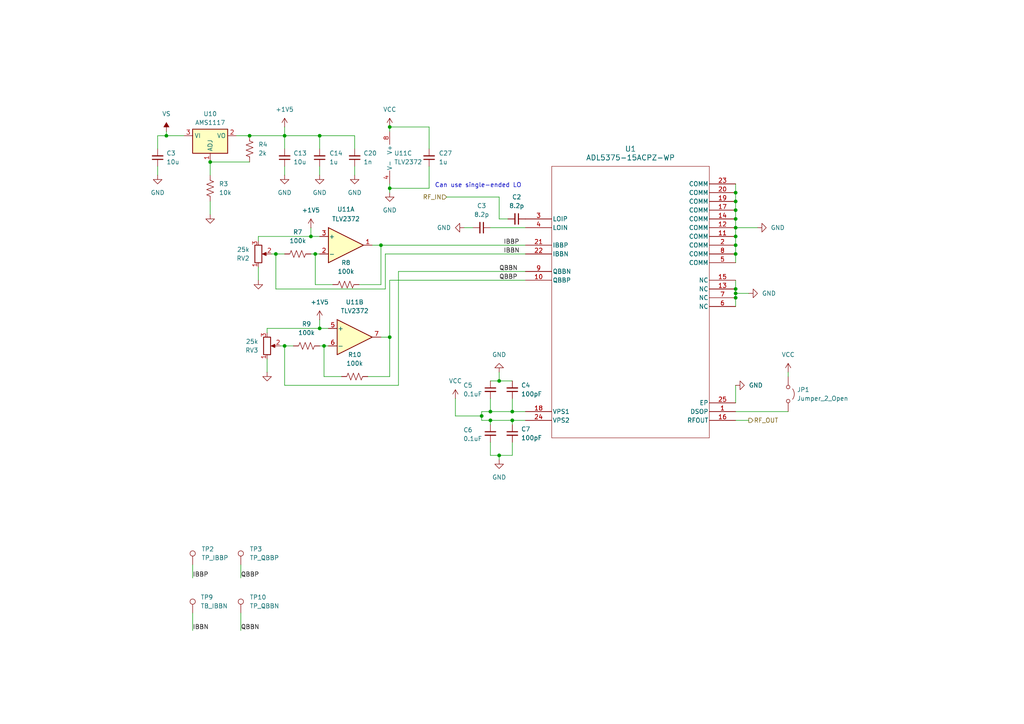
<source format=kicad_sch>
(kicad_sch
	(version 20250114)
	(generator "eeschema")
	(generator_version "9.0")
	(uuid "f58e2a3c-b4f3-4f62-9bb9-5f95bed38f8c")
	(paper "A4")
	(lib_symbols
		(symbol "ADL5375_IQModulator:ADL5375-15ACPZ-WP"
			(pin_names
				(offset 0.254)
			)
			(exclude_from_sim no)
			(in_bom yes)
			(on_board yes)
			(property "Reference" "U"
				(at 30.48 20.32 0)
				(effects
					(font
						(size 1.524 1.524)
					)
				)
			)
			(property "Value" "ADL5375-15ACPZ-WP"
				(at 30.48 17.78 0)
				(effects
					(font
						(size 1.524 1.524)
					)
				)
			)
			(property "Footprint" "CP_24_7_ADI"
				(at 0 0 0)
				(effects
					(font
						(size 1.27 1.27)
						(italic yes)
					)
					(hide yes)
				)
			)
			(property "Datasheet" "https://www.analog.com/media/en/technical-documentation/data-sheets/ADL5375-EP.pdf"
				(at 0 0 0)
				(effects
					(font
						(size 1.27 1.27)
						(italic yes)
					)
					(hide yes)
				)
			)
			(property "Description" ""
				(at 0 0 0)
				(effects
					(font
						(size 1.27 1.27)
					)
					(hide yes)
				)
			)
			(property "ki_locked" ""
				(at 0 0 0)
				(effects
					(font
						(size 1.27 1.27)
					)
				)
			)
			(property "ki_keywords" "ADL5375-15ACPZ-WP"
				(at 0 0 0)
				(effects
					(font
						(size 1.27 1.27)
					)
					(hide yes)
				)
			)
			(property "ki_fp_filters" "CP_24_7_ADI CP_24_7_ADI-M CP_24_7_ADI-L"
				(at 0 0 0)
				(effects
					(font
						(size 1.27 1.27)
					)
					(hide yes)
				)
			)
			(symbol "ADL5375-15ACPZ-WP_0_1"
				(polyline
					(pts
						(xy 7.62 15.24) (xy 7.62 -63.5)
					)
					(stroke
						(width 0.127)
						(type default)
					)
					(fill
						(type none)
					)
				)
				(polyline
					(pts
						(xy 7.62 -63.5) (xy 53.34 -63.5)
					)
					(stroke
						(width 0.127)
						(type default)
					)
					(fill
						(type none)
					)
				)
				(polyline
					(pts
						(xy 53.34 15.24) (xy 7.62 15.24)
					)
					(stroke
						(width 0.127)
						(type default)
					)
					(fill
						(type none)
					)
				)
				(polyline
					(pts
						(xy 53.34 -63.5) (xy 53.34 15.24)
					)
					(stroke
						(width 0.127)
						(type default)
					)
					(fill
						(type none)
					)
				)
				(pin unspecified line
					(at 0 0 0)
					(length 7.62)
					(name "LOIP"
						(effects
							(font
								(size 1.27 1.27)
							)
						)
					)
					(number "3"
						(effects
							(font
								(size 1.27 1.27)
							)
						)
					)
				)
				(pin unspecified line
					(at 0 -2.54 0)
					(length 7.62)
					(name "LOIN"
						(effects
							(font
								(size 1.27 1.27)
							)
						)
					)
					(number "4"
						(effects
							(font
								(size 1.27 1.27)
							)
						)
					)
				)
				(pin unspecified line
					(at 0 -7.62 0)
					(length 7.62)
					(name "IBBP"
						(effects
							(font
								(size 1.27 1.27)
							)
						)
					)
					(number "21"
						(effects
							(font
								(size 1.27 1.27)
							)
						)
					)
				)
				(pin unspecified line
					(at 0 -10.16 0)
					(length 7.62)
					(name "IBBN"
						(effects
							(font
								(size 1.27 1.27)
							)
						)
					)
					(number "22"
						(effects
							(font
								(size 1.27 1.27)
							)
						)
					)
				)
				(pin unspecified line
					(at 0 -15.24 0)
					(length 7.62)
					(name "QBBN"
						(effects
							(font
								(size 1.27 1.27)
							)
						)
					)
					(number "9"
						(effects
							(font
								(size 1.27 1.27)
							)
						)
					)
				)
				(pin unspecified line
					(at 0 -17.78 0)
					(length 7.62)
					(name "QBBP"
						(effects
							(font
								(size 1.27 1.27)
							)
						)
					)
					(number "10"
						(effects
							(font
								(size 1.27 1.27)
							)
						)
					)
				)
				(pin power_in line
					(at 0 -55.88 0)
					(length 7.62)
					(name "VPS1"
						(effects
							(font
								(size 1.27 1.27)
							)
						)
					)
					(number "18"
						(effects
							(font
								(size 1.27 1.27)
							)
						)
					)
				)
				(pin power_in line
					(at 0 -58.42 0)
					(length 7.62)
					(name "VPS2"
						(effects
							(font
								(size 1.27 1.27)
							)
						)
					)
					(number "24"
						(effects
							(font
								(size 1.27 1.27)
							)
						)
					)
				)
				(pin unspecified line
					(at 60.96 10.16 180)
					(length 7.62)
					(name "COMM"
						(effects
							(font
								(size 1.27 1.27)
							)
						)
					)
					(number "23"
						(effects
							(font
								(size 1.27 1.27)
							)
						)
					)
				)
				(pin unspecified line
					(at 60.96 7.62 180)
					(length 7.62)
					(name "COMM"
						(effects
							(font
								(size 1.27 1.27)
							)
						)
					)
					(number "20"
						(effects
							(font
								(size 1.27 1.27)
							)
						)
					)
				)
				(pin unspecified line
					(at 60.96 5.08 180)
					(length 7.62)
					(name "COMM"
						(effects
							(font
								(size 1.27 1.27)
							)
						)
					)
					(number "19"
						(effects
							(font
								(size 1.27 1.27)
							)
						)
					)
				)
				(pin unspecified line
					(at 60.96 2.54 180)
					(length 7.62)
					(name "COMM"
						(effects
							(font
								(size 1.27 1.27)
							)
						)
					)
					(number "17"
						(effects
							(font
								(size 1.27 1.27)
							)
						)
					)
				)
				(pin unspecified line
					(at 60.96 0 180)
					(length 7.62)
					(name "COMM"
						(effects
							(font
								(size 1.27 1.27)
							)
						)
					)
					(number "14"
						(effects
							(font
								(size 1.27 1.27)
							)
						)
					)
				)
				(pin unspecified line
					(at 60.96 -2.54 180)
					(length 7.62)
					(name "COMM"
						(effects
							(font
								(size 1.27 1.27)
							)
						)
					)
					(number "12"
						(effects
							(font
								(size 1.27 1.27)
							)
						)
					)
				)
				(pin unspecified line
					(at 60.96 -5.08 180)
					(length 7.62)
					(name "COMM"
						(effects
							(font
								(size 1.27 1.27)
							)
						)
					)
					(number "11"
						(effects
							(font
								(size 1.27 1.27)
							)
						)
					)
				)
				(pin unspecified line
					(at 60.96 -7.62 180)
					(length 7.62)
					(name "COMM"
						(effects
							(font
								(size 1.27 1.27)
							)
						)
					)
					(number "2"
						(effects
							(font
								(size 1.27 1.27)
							)
						)
					)
				)
				(pin unspecified line
					(at 60.96 -10.16 180)
					(length 7.62)
					(name "COMM"
						(effects
							(font
								(size 1.27 1.27)
							)
						)
					)
					(number "8"
						(effects
							(font
								(size 1.27 1.27)
							)
						)
					)
				)
				(pin unspecified line
					(at 60.96 -12.7 180)
					(length 7.62)
					(name "COMM"
						(effects
							(font
								(size 1.27 1.27)
							)
						)
					)
					(number "5"
						(effects
							(font
								(size 1.27 1.27)
							)
						)
					)
				)
				(pin unspecified line
					(at 60.96 -17.78 180)
					(length 7.62)
					(name "NC"
						(effects
							(font
								(size 1.27 1.27)
							)
						)
					)
					(number "15"
						(effects
							(font
								(size 1.27 1.27)
							)
						)
					)
				)
				(pin unspecified line
					(at 60.96 -20.32 180)
					(length 7.62)
					(name "NC"
						(effects
							(font
								(size 1.27 1.27)
							)
						)
					)
					(number "13"
						(effects
							(font
								(size 1.27 1.27)
							)
						)
					)
				)
				(pin unspecified line
					(at 60.96 -22.86 180)
					(length 7.62)
					(name "NC"
						(effects
							(font
								(size 1.27 1.27)
							)
						)
					)
					(number "7"
						(effects
							(font
								(size 1.27 1.27)
							)
						)
					)
				)
				(pin unspecified line
					(at 60.96 -25.4 180)
					(length 7.62)
					(name "NC"
						(effects
							(font
								(size 1.27 1.27)
							)
						)
					)
					(number "6"
						(effects
							(font
								(size 1.27 1.27)
							)
						)
					)
				)
				(pin unspecified line
					(at 60.96 -53.34 180)
					(length 7.62)
					(name "EP"
						(effects
							(font
								(size 1.27 1.27)
							)
						)
					)
					(number "25"
						(effects
							(font
								(size 1.27 1.27)
							)
						)
					)
				)
				(pin unspecified line
					(at 60.96 -55.88 180)
					(length 7.62)
					(name "DSOP"
						(effects
							(font
								(size 1.27 1.27)
							)
						)
					)
					(number "1"
						(effects
							(font
								(size 1.27 1.27)
							)
						)
					)
				)
				(pin unspecified line
					(at 60.96 -58.42 180)
					(length 7.62)
					(name "RFOUT"
						(effects
							(font
								(size 1.27 1.27)
							)
						)
					)
					(number "16"
						(effects
							(font
								(size 1.27 1.27)
							)
						)
					)
				)
			)
			(embedded_fonts no)
		)
		(symbol "Amplifier_Operational:TLV2372"
			(pin_names
				(offset 0.127)
			)
			(exclude_from_sim no)
			(in_bom yes)
			(on_board yes)
			(property "Reference" "U"
				(at 0 5.08 0)
				(effects
					(font
						(size 1.27 1.27)
					)
					(justify left)
				)
			)
			(property "Value" "TLV2372"
				(at 0 -5.08 0)
				(effects
					(font
						(size 1.27 1.27)
					)
					(justify left)
				)
			)
			(property "Footprint" ""
				(at 0 0 0)
				(effects
					(font
						(size 1.27 1.27)
					)
					(hide yes)
				)
			)
			(property "Datasheet" "http://www.ti.com/lit/ds/symlink/tlv2375.pdf"
				(at 0 0 0)
				(effects
					(font
						(size 1.27 1.27)
					)
					(hide yes)
				)
			)
			(property "Description" "Dual Rail-to-Rail Input/Output Operational Amplifier, DIP-8/SOIC-8/VSSOP-8"
				(at 0 0 0)
				(effects
					(font
						(size 1.27 1.27)
					)
					(hide yes)
				)
			)
			(property "ki_locked" ""
				(at 0 0 0)
				(effects
					(font
						(size 1.27 1.27)
					)
				)
			)
			(property "ki_keywords" "dual opamp"
				(at 0 0 0)
				(effects
					(font
						(size 1.27 1.27)
					)
					(hide yes)
				)
			)
			(property "ki_fp_filters" "SOIC*3.9x4.9mm*P1.27mm* DIP*W7.62mm* TO*99* OnSemi*Micro8* TSSOP*3x3mm*P0.65mm* TSSOP*4.4x3mm*P0.65mm* MSOP*3x3mm*P0.65mm* SSOP*3.9x4.9mm*P0.635mm* LFCSP*2x2mm*P0.5mm* *SIP* SOIC*5.3x6.2mm*P1.27mm*"
				(at 0 0 0)
				(effects
					(font
						(size 1.27 1.27)
					)
					(hide yes)
				)
			)
			(symbol "TLV2372_1_1"
				(polyline
					(pts
						(xy -5.08 5.08) (xy 5.08 0) (xy -5.08 -5.08) (xy -5.08 5.08)
					)
					(stroke
						(width 0.254)
						(type default)
					)
					(fill
						(type background)
					)
				)
				(pin input line
					(at -7.62 2.54 0)
					(length 2.54)
					(name "+"
						(effects
							(font
								(size 1.27 1.27)
							)
						)
					)
					(number "3"
						(effects
							(font
								(size 1.27 1.27)
							)
						)
					)
				)
				(pin input line
					(at -7.62 -2.54 0)
					(length 2.54)
					(name "-"
						(effects
							(font
								(size 1.27 1.27)
							)
						)
					)
					(number "2"
						(effects
							(font
								(size 1.27 1.27)
							)
						)
					)
				)
				(pin output line
					(at 7.62 0 180)
					(length 2.54)
					(name "~"
						(effects
							(font
								(size 1.27 1.27)
							)
						)
					)
					(number "1"
						(effects
							(font
								(size 1.27 1.27)
							)
						)
					)
				)
			)
			(symbol "TLV2372_2_1"
				(polyline
					(pts
						(xy -5.08 5.08) (xy 5.08 0) (xy -5.08 -5.08) (xy -5.08 5.08)
					)
					(stroke
						(width 0.254)
						(type default)
					)
					(fill
						(type background)
					)
				)
				(pin input line
					(at -7.62 2.54 0)
					(length 2.54)
					(name "+"
						(effects
							(font
								(size 1.27 1.27)
							)
						)
					)
					(number "5"
						(effects
							(font
								(size 1.27 1.27)
							)
						)
					)
				)
				(pin input line
					(at -7.62 -2.54 0)
					(length 2.54)
					(name "-"
						(effects
							(font
								(size 1.27 1.27)
							)
						)
					)
					(number "6"
						(effects
							(font
								(size 1.27 1.27)
							)
						)
					)
				)
				(pin output line
					(at 7.62 0 180)
					(length 2.54)
					(name "~"
						(effects
							(font
								(size 1.27 1.27)
							)
						)
					)
					(number "7"
						(effects
							(font
								(size 1.27 1.27)
							)
						)
					)
				)
			)
			(symbol "TLV2372_3_1"
				(pin power_in line
					(at -2.54 7.62 270)
					(length 3.81)
					(name "V+"
						(effects
							(font
								(size 1.27 1.27)
							)
						)
					)
					(number "8"
						(effects
							(font
								(size 1.27 1.27)
							)
						)
					)
				)
				(pin power_in line
					(at -2.54 -7.62 90)
					(length 3.81)
					(name "V-"
						(effects
							(font
								(size 1.27 1.27)
							)
						)
					)
					(number "4"
						(effects
							(font
								(size 1.27 1.27)
							)
						)
					)
				)
			)
			(embedded_fonts no)
		)
		(symbol "Connector:TestPoint"
			(pin_numbers
				(hide yes)
			)
			(pin_names
				(offset 0.762)
				(hide yes)
			)
			(exclude_from_sim no)
			(in_bom yes)
			(on_board yes)
			(property "Reference" "TP"
				(at 0 6.858 0)
				(effects
					(font
						(size 1.27 1.27)
					)
				)
			)
			(property "Value" "TestPoint"
				(at 0 5.08 0)
				(effects
					(font
						(size 1.27 1.27)
					)
				)
			)
			(property "Footprint" ""
				(at 5.08 0 0)
				(effects
					(font
						(size 1.27 1.27)
					)
					(hide yes)
				)
			)
			(property "Datasheet" "~"
				(at 5.08 0 0)
				(effects
					(font
						(size 1.27 1.27)
					)
					(hide yes)
				)
			)
			(property "Description" "test point"
				(at 0 0 0)
				(effects
					(font
						(size 1.27 1.27)
					)
					(hide yes)
				)
			)
			(property "ki_keywords" "test point tp"
				(at 0 0 0)
				(effects
					(font
						(size 1.27 1.27)
					)
					(hide yes)
				)
			)
			(property "ki_fp_filters" "Pin* Test*"
				(at 0 0 0)
				(effects
					(font
						(size 1.27 1.27)
					)
					(hide yes)
				)
			)
			(symbol "TestPoint_0_1"
				(circle
					(center 0 3.302)
					(radius 0.762)
					(stroke
						(width 0)
						(type default)
					)
					(fill
						(type none)
					)
				)
			)
			(symbol "TestPoint_1_1"
				(pin passive line
					(at 0 0 90)
					(length 2.54)
					(name "1"
						(effects
							(font
								(size 1.27 1.27)
							)
						)
					)
					(number "1"
						(effects
							(font
								(size 1.27 1.27)
							)
						)
					)
				)
			)
			(embedded_fonts no)
		)
		(symbol "Device:C_Small"
			(pin_numbers
				(hide yes)
			)
			(pin_names
				(offset 0.254)
				(hide yes)
			)
			(exclude_from_sim no)
			(in_bom yes)
			(on_board yes)
			(property "Reference" "C"
				(at 0.254 1.778 0)
				(effects
					(font
						(size 1.27 1.27)
					)
					(justify left)
				)
			)
			(property "Value" "C_Small"
				(at 0.254 -2.032 0)
				(effects
					(font
						(size 1.27 1.27)
					)
					(justify left)
				)
			)
			(property "Footprint" ""
				(at 0 0 0)
				(effects
					(font
						(size 1.27 1.27)
					)
					(hide yes)
				)
			)
			(property "Datasheet" "~"
				(at 0 0 0)
				(effects
					(font
						(size 1.27 1.27)
					)
					(hide yes)
				)
			)
			(property "Description" "Unpolarized capacitor, small symbol"
				(at 0 0 0)
				(effects
					(font
						(size 1.27 1.27)
					)
					(hide yes)
				)
			)
			(property "ki_keywords" "capacitor cap"
				(at 0 0 0)
				(effects
					(font
						(size 1.27 1.27)
					)
					(hide yes)
				)
			)
			(property "ki_fp_filters" "C_*"
				(at 0 0 0)
				(effects
					(font
						(size 1.27 1.27)
					)
					(hide yes)
				)
			)
			(symbol "C_Small_0_1"
				(polyline
					(pts
						(xy -1.524 0.508) (xy 1.524 0.508)
					)
					(stroke
						(width 0.3048)
						(type default)
					)
					(fill
						(type none)
					)
				)
				(polyline
					(pts
						(xy -1.524 -0.508) (xy 1.524 -0.508)
					)
					(stroke
						(width 0.3302)
						(type default)
					)
					(fill
						(type none)
					)
				)
			)
			(symbol "C_Small_1_1"
				(pin passive line
					(at 0 2.54 270)
					(length 2.032)
					(name "~"
						(effects
							(font
								(size 1.27 1.27)
							)
						)
					)
					(number "1"
						(effects
							(font
								(size 1.27 1.27)
							)
						)
					)
				)
				(pin passive line
					(at 0 -2.54 90)
					(length 2.032)
					(name "~"
						(effects
							(font
								(size 1.27 1.27)
							)
						)
					)
					(number "2"
						(effects
							(font
								(size 1.27 1.27)
							)
						)
					)
				)
			)
			(embedded_fonts no)
		)
		(symbol "Device:R_Potentiometer"
			(pin_names
				(offset 1.016)
				(hide yes)
			)
			(exclude_from_sim no)
			(in_bom yes)
			(on_board yes)
			(property "Reference" "RV"
				(at -4.445 0 90)
				(effects
					(font
						(size 1.27 1.27)
					)
				)
			)
			(property "Value" "R_Potentiometer"
				(at -2.54 0 90)
				(effects
					(font
						(size 1.27 1.27)
					)
				)
			)
			(property "Footprint" ""
				(at 0 0 0)
				(effects
					(font
						(size 1.27 1.27)
					)
					(hide yes)
				)
			)
			(property "Datasheet" "~"
				(at 0 0 0)
				(effects
					(font
						(size 1.27 1.27)
					)
					(hide yes)
				)
			)
			(property "Description" "Potentiometer"
				(at 0 0 0)
				(effects
					(font
						(size 1.27 1.27)
					)
					(hide yes)
				)
			)
			(property "ki_keywords" "resistor variable"
				(at 0 0 0)
				(effects
					(font
						(size 1.27 1.27)
					)
					(hide yes)
				)
			)
			(property "ki_fp_filters" "Potentiometer*"
				(at 0 0 0)
				(effects
					(font
						(size 1.27 1.27)
					)
					(hide yes)
				)
			)
			(symbol "R_Potentiometer_0_1"
				(rectangle
					(start 1.016 2.54)
					(end -1.016 -2.54)
					(stroke
						(width 0.254)
						(type default)
					)
					(fill
						(type none)
					)
				)
				(polyline
					(pts
						(xy 1.143 0) (xy 2.286 0.508) (xy 2.286 -0.508) (xy 1.143 0)
					)
					(stroke
						(width 0)
						(type default)
					)
					(fill
						(type outline)
					)
				)
				(polyline
					(pts
						(xy 2.54 0) (xy 1.524 0)
					)
					(stroke
						(width 0)
						(type default)
					)
					(fill
						(type none)
					)
				)
			)
			(symbol "R_Potentiometer_1_1"
				(pin passive line
					(at 0 3.81 270)
					(length 1.27)
					(name "1"
						(effects
							(font
								(size 1.27 1.27)
							)
						)
					)
					(number "1"
						(effects
							(font
								(size 1.27 1.27)
							)
						)
					)
				)
				(pin passive line
					(at 0 -3.81 90)
					(length 1.27)
					(name "3"
						(effects
							(font
								(size 1.27 1.27)
							)
						)
					)
					(number "3"
						(effects
							(font
								(size 1.27 1.27)
							)
						)
					)
				)
				(pin passive line
					(at 3.81 0 180)
					(length 1.27)
					(name "2"
						(effects
							(font
								(size 1.27 1.27)
							)
						)
					)
					(number "2"
						(effects
							(font
								(size 1.27 1.27)
							)
						)
					)
				)
			)
			(embedded_fonts no)
		)
		(symbol "Device:R_US"
			(pin_numbers
				(hide yes)
			)
			(pin_names
				(offset 0)
			)
			(exclude_from_sim no)
			(in_bom yes)
			(on_board yes)
			(property "Reference" "R"
				(at 2.54 0 90)
				(effects
					(font
						(size 1.27 1.27)
					)
				)
			)
			(property "Value" "R_US"
				(at -2.54 0 90)
				(effects
					(font
						(size 1.27 1.27)
					)
				)
			)
			(property "Footprint" ""
				(at 1.016 -0.254 90)
				(effects
					(font
						(size 1.27 1.27)
					)
					(hide yes)
				)
			)
			(property "Datasheet" "~"
				(at 0 0 0)
				(effects
					(font
						(size 1.27 1.27)
					)
					(hide yes)
				)
			)
			(property "Description" "Resistor, US symbol"
				(at 0 0 0)
				(effects
					(font
						(size 1.27 1.27)
					)
					(hide yes)
				)
			)
			(property "ki_keywords" "R res resistor"
				(at 0 0 0)
				(effects
					(font
						(size 1.27 1.27)
					)
					(hide yes)
				)
			)
			(property "ki_fp_filters" "R_*"
				(at 0 0 0)
				(effects
					(font
						(size 1.27 1.27)
					)
					(hide yes)
				)
			)
			(symbol "R_US_0_1"
				(polyline
					(pts
						(xy 0 2.286) (xy 0 2.54)
					)
					(stroke
						(width 0)
						(type default)
					)
					(fill
						(type none)
					)
				)
				(polyline
					(pts
						(xy 0 2.286) (xy 1.016 1.905) (xy 0 1.524) (xy -1.016 1.143) (xy 0 0.762)
					)
					(stroke
						(width 0)
						(type default)
					)
					(fill
						(type none)
					)
				)
				(polyline
					(pts
						(xy 0 0.762) (xy 1.016 0.381) (xy 0 0) (xy -1.016 -0.381) (xy 0 -0.762)
					)
					(stroke
						(width 0)
						(type default)
					)
					(fill
						(type none)
					)
				)
				(polyline
					(pts
						(xy 0 -0.762) (xy 1.016 -1.143) (xy 0 -1.524) (xy -1.016 -1.905) (xy 0 -2.286)
					)
					(stroke
						(width 0)
						(type default)
					)
					(fill
						(type none)
					)
				)
				(polyline
					(pts
						(xy 0 -2.286) (xy 0 -2.54)
					)
					(stroke
						(width 0)
						(type default)
					)
					(fill
						(type none)
					)
				)
			)
			(symbol "R_US_1_1"
				(pin passive line
					(at 0 3.81 270)
					(length 1.27)
					(name "~"
						(effects
							(font
								(size 1.27 1.27)
							)
						)
					)
					(number "1"
						(effects
							(font
								(size 1.27 1.27)
							)
						)
					)
				)
				(pin passive line
					(at 0 -3.81 90)
					(length 1.27)
					(name "~"
						(effects
							(font
								(size 1.27 1.27)
							)
						)
					)
					(number "2"
						(effects
							(font
								(size 1.27 1.27)
							)
						)
					)
				)
			)
			(embedded_fonts no)
		)
		(symbol "Jumper:Jumper_2_Open"
			(pin_numbers
				(hide yes)
			)
			(pin_names
				(offset 0)
				(hide yes)
			)
			(exclude_from_sim no)
			(in_bom yes)
			(on_board yes)
			(property "Reference" "JP"
				(at 0 2.794 0)
				(effects
					(font
						(size 1.27 1.27)
					)
				)
			)
			(property "Value" "Jumper_2_Open"
				(at 0 -2.286 0)
				(effects
					(font
						(size 1.27 1.27)
					)
				)
			)
			(property "Footprint" ""
				(at 0 0 0)
				(effects
					(font
						(size 1.27 1.27)
					)
					(hide yes)
				)
			)
			(property "Datasheet" "~"
				(at 0 0 0)
				(effects
					(font
						(size 1.27 1.27)
					)
					(hide yes)
				)
			)
			(property "Description" "Jumper, 2-pole, open"
				(at 0 0 0)
				(effects
					(font
						(size 1.27 1.27)
					)
					(hide yes)
				)
			)
			(property "ki_keywords" "Jumper SPST"
				(at 0 0 0)
				(effects
					(font
						(size 1.27 1.27)
					)
					(hide yes)
				)
			)
			(property "ki_fp_filters" "Jumper* TestPoint*2Pads* TestPoint*Bridge*"
				(at 0 0 0)
				(effects
					(font
						(size 1.27 1.27)
					)
					(hide yes)
				)
			)
			(symbol "Jumper_2_Open_0_0"
				(circle
					(center -2.032 0)
					(radius 0.508)
					(stroke
						(width 0)
						(type default)
					)
					(fill
						(type none)
					)
				)
				(circle
					(center 2.032 0)
					(radius 0.508)
					(stroke
						(width 0)
						(type default)
					)
					(fill
						(type none)
					)
				)
			)
			(symbol "Jumper_2_Open_0_1"
				(arc
					(start -1.524 1.27)
					(mid 0 1.778)
					(end 1.524 1.27)
					(stroke
						(width 0)
						(type default)
					)
					(fill
						(type none)
					)
				)
			)
			(symbol "Jumper_2_Open_1_1"
				(pin passive line
					(at -5.08 0 0)
					(length 2.54)
					(name "A"
						(effects
							(font
								(size 1.27 1.27)
							)
						)
					)
					(number "1"
						(effects
							(font
								(size 1.27 1.27)
							)
						)
					)
				)
				(pin passive line
					(at 5.08 0 180)
					(length 2.54)
					(name "B"
						(effects
							(font
								(size 1.27 1.27)
							)
						)
					)
					(number "2"
						(effects
							(font
								(size 1.27 1.27)
							)
						)
					)
				)
			)
			(embedded_fonts no)
		)
		(symbol "Regulator_Linear:AMS1117"
			(exclude_from_sim no)
			(in_bom yes)
			(on_board yes)
			(property "Reference" "U"
				(at -3.81 3.175 0)
				(effects
					(font
						(size 1.27 1.27)
					)
				)
			)
			(property "Value" "AMS1117"
				(at 0 3.175 0)
				(effects
					(font
						(size 1.27 1.27)
					)
					(justify left)
				)
			)
			(property "Footprint" "Package_TO_SOT_SMD:SOT-223-3_TabPin2"
				(at 0 5.08 0)
				(effects
					(font
						(size 1.27 1.27)
					)
					(hide yes)
				)
			)
			(property "Datasheet" "http://www.advanced-monolithic.com/pdf/ds1117.pdf"
				(at 2.54 -6.35 0)
				(effects
					(font
						(size 1.27 1.27)
					)
					(hide yes)
				)
			)
			(property "Description" "1A Low Dropout regulator, positive, adjustable output, SOT-223"
				(at 0 0 0)
				(effects
					(font
						(size 1.27 1.27)
					)
					(hide yes)
				)
			)
			(property "ki_keywords" "linear regulator ldo adjustable positive"
				(at 0 0 0)
				(effects
					(font
						(size 1.27 1.27)
					)
					(hide yes)
				)
			)
			(property "ki_fp_filters" "SOT?223*TabPin2*"
				(at 0 0 0)
				(effects
					(font
						(size 1.27 1.27)
					)
					(hide yes)
				)
			)
			(symbol "AMS1117_0_1"
				(rectangle
					(start -5.08 -5.08)
					(end 5.08 1.905)
					(stroke
						(width 0.254)
						(type default)
					)
					(fill
						(type background)
					)
				)
			)
			(symbol "AMS1117_1_1"
				(pin power_in line
					(at -7.62 0 0)
					(length 2.54)
					(name "VI"
						(effects
							(font
								(size 1.27 1.27)
							)
						)
					)
					(number "3"
						(effects
							(font
								(size 1.27 1.27)
							)
						)
					)
				)
				(pin input line
					(at 0 -7.62 90)
					(length 2.54)
					(name "ADJ"
						(effects
							(font
								(size 1.27 1.27)
							)
						)
					)
					(number "1"
						(effects
							(font
								(size 1.27 1.27)
							)
						)
					)
				)
				(pin power_out line
					(at 7.62 0 180)
					(length 2.54)
					(name "VO"
						(effects
							(font
								(size 1.27 1.27)
							)
						)
					)
					(number "2"
						(effects
							(font
								(size 1.27 1.27)
							)
						)
					)
				)
			)
			(embedded_fonts no)
		)
		(symbol "power:+2V5"
			(power)
			(pin_numbers
				(hide yes)
			)
			(pin_names
				(offset 0)
				(hide yes)
			)
			(exclude_from_sim no)
			(in_bom yes)
			(on_board yes)
			(property "Reference" "#PWR"
				(at 0 -3.81 0)
				(effects
					(font
						(size 1.27 1.27)
					)
					(hide yes)
				)
			)
			(property "Value" "+2V5"
				(at 0 3.556 0)
				(effects
					(font
						(size 1.27 1.27)
					)
				)
			)
			(property "Footprint" ""
				(at 0 0 0)
				(effects
					(font
						(size 1.27 1.27)
					)
					(hide yes)
				)
			)
			(property "Datasheet" ""
				(at 0 0 0)
				(effects
					(font
						(size 1.27 1.27)
					)
					(hide yes)
				)
			)
			(property "Description" "Power symbol creates a global label with name \"+2V5\""
				(at 0 0 0)
				(effects
					(font
						(size 1.27 1.27)
					)
					(hide yes)
				)
			)
			(property "ki_keywords" "global power"
				(at 0 0 0)
				(effects
					(font
						(size 1.27 1.27)
					)
					(hide yes)
				)
			)
			(symbol "+2V5_0_1"
				(polyline
					(pts
						(xy -0.762 1.27) (xy 0 2.54)
					)
					(stroke
						(width 0)
						(type default)
					)
					(fill
						(type none)
					)
				)
				(polyline
					(pts
						(xy 0 2.54) (xy 0.762 1.27)
					)
					(stroke
						(width 0)
						(type default)
					)
					(fill
						(type none)
					)
				)
				(polyline
					(pts
						(xy 0 0) (xy 0 2.54)
					)
					(stroke
						(width 0)
						(type default)
					)
					(fill
						(type none)
					)
				)
			)
			(symbol "+2V5_1_1"
				(pin power_in line
					(at 0 0 90)
					(length 0)
					(name "~"
						(effects
							(font
								(size 1.27 1.27)
							)
						)
					)
					(number "1"
						(effects
							(font
								(size 1.27 1.27)
							)
						)
					)
				)
			)
			(embedded_fonts no)
		)
		(symbol "power:GND"
			(power)
			(pin_numbers
				(hide yes)
			)
			(pin_names
				(offset 0)
				(hide yes)
			)
			(exclude_from_sim no)
			(in_bom yes)
			(on_board yes)
			(property "Reference" "#PWR"
				(at 0 -6.35 0)
				(effects
					(font
						(size 1.27 1.27)
					)
					(hide yes)
				)
			)
			(property "Value" "GND"
				(at 0 -3.81 0)
				(effects
					(font
						(size 1.27 1.27)
					)
				)
			)
			(property "Footprint" ""
				(at 0 0 0)
				(effects
					(font
						(size 1.27 1.27)
					)
					(hide yes)
				)
			)
			(property "Datasheet" ""
				(at 0 0 0)
				(effects
					(font
						(size 1.27 1.27)
					)
					(hide yes)
				)
			)
			(property "Description" "Power symbol creates a global label with name \"GND\" , ground"
				(at 0 0 0)
				(effects
					(font
						(size 1.27 1.27)
					)
					(hide yes)
				)
			)
			(property "ki_keywords" "global power"
				(at 0 0 0)
				(effects
					(font
						(size 1.27 1.27)
					)
					(hide yes)
				)
			)
			(symbol "GND_0_1"
				(polyline
					(pts
						(xy 0 0) (xy 0 -1.27) (xy 1.27 -1.27) (xy 0 -2.54) (xy -1.27 -1.27) (xy 0 -1.27)
					)
					(stroke
						(width 0)
						(type default)
					)
					(fill
						(type none)
					)
				)
			)
			(symbol "GND_1_1"
				(pin power_in line
					(at 0 0 270)
					(length 0)
					(name "~"
						(effects
							(font
								(size 1.27 1.27)
							)
						)
					)
					(number "1"
						(effects
							(font
								(size 1.27 1.27)
							)
						)
					)
				)
			)
			(embedded_fonts no)
		)
		(symbol "power:VPP"
			(power)
			(pin_numbers
				(hide yes)
			)
			(pin_names
				(offset 0)
				(hide yes)
			)
			(exclude_from_sim no)
			(in_bom yes)
			(on_board yes)
			(property "Reference" "#PWR"
				(at 0 -3.81 0)
				(effects
					(font
						(size 1.27 1.27)
					)
					(hide yes)
				)
			)
			(property "Value" "VPP"
				(at 0 3.556 0)
				(effects
					(font
						(size 1.27 1.27)
					)
				)
			)
			(property "Footprint" ""
				(at 0 0 0)
				(effects
					(font
						(size 1.27 1.27)
					)
					(hide yes)
				)
			)
			(property "Datasheet" ""
				(at 0 0 0)
				(effects
					(font
						(size 1.27 1.27)
					)
					(hide yes)
				)
			)
			(property "Description" "Power symbol creates a global label with name \"VPP\""
				(at 0 0 0)
				(effects
					(font
						(size 1.27 1.27)
					)
					(hide yes)
				)
			)
			(property "ki_keywords" "global power"
				(at 0 0 0)
				(effects
					(font
						(size 1.27 1.27)
					)
					(hide yes)
				)
			)
			(symbol "VPP_0_1"
				(polyline
					(pts
						(xy -0.762 1.27) (xy 0 2.54)
					)
					(stroke
						(width 0)
						(type default)
					)
					(fill
						(type none)
					)
				)
				(polyline
					(pts
						(xy 0 2.54) (xy 0.762 1.27)
					)
					(stroke
						(width 0)
						(type default)
					)
					(fill
						(type none)
					)
				)
				(polyline
					(pts
						(xy 0 0) (xy 0 2.54)
					)
					(stroke
						(width 0)
						(type default)
					)
					(fill
						(type none)
					)
				)
			)
			(symbol "VPP_1_1"
				(pin power_in line
					(at 0 0 90)
					(length 0)
					(name "~"
						(effects
							(font
								(size 1.27 1.27)
							)
						)
					)
					(number "1"
						(effects
							(font
								(size 1.27 1.27)
							)
						)
					)
				)
			)
			(embedded_fonts no)
		)
		(symbol "power:VS"
			(power)
			(pin_numbers
				(hide yes)
			)
			(pin_names
				(offset 0)
				(hide yes)
			)
			(exclude_from_sim no)
			(in_bom yes)
			(on_board yes)
			(property "Reference" "#PWR"
				(at 0 -3.81 0)
				(effects
					(font
						(size 1.27 1.27)
					)
					(hide yes)
				)
			)
			(property "Value" "VS"
				(at 0 3.556 0)
				(effects
					(font
						(size 1.27 1.27)
					)
				)
			)
			(property "Footprint" ""
				(at 0 0 0)
				(effects
					(font
						(size 1.27 1.27)
					)
					(hide yes)
				)
			)
			(property "Datasheet" ""
				(at 0 0 0)
				(effects
					(font
						(size 1.27 1.27)
					)
					(hide yes)
				)
			)
			(property "Description" "Power symbol creates a global label with name \"VS\""
				(at 0 0 0)
				(effects
					(font
						(size 1.27 1.27)
					)
					(hide yes)
				)
			)
			(property "ki_keywords" "global power"
				(at 0 0 0)
				(effects
					(font
						(size 1.27 1.27)
					)
					(hide yes)
				)
			)
			(symbol "VS_0_1"
				(polyline
					(pts
						(xy 0 0) (xy 0 2.54)
					)
					(stroke
						(width 0)
						(type default)
					)
					(fill
						(type none)
					)
				)
				(polyline
					(pts
						(xy 0.762 1.27) (xy -0.762 1.27) (xy 0 2.54) (xy 0.762 1.27)
					)
					(stroke
						(width 0)
						(type default)
					)
					(fill
						(type outline)
					)
				)
			)
			(symbol "VS_1_1"
				(pin power_in line
					(at 0 0 90)
					(length 0)
					(name "~"
						(effects
							(font
								(size 1.27 1.27)
							)
						)
					)
					(number "1"
						(effects
							(font
								(size 1.27 1.27)
							)
						)
					)
				)
			)
			(embedded_fonts no)
		)
	)
	(text "Can use single-ended LO\n\n"
		(exclude_from_sim no)
		(at 138.684 54.864 0)
		(effects
			(font
				(size 1.27 1.27)
			)
		)
		(uuid "3a4cbd50-74d4-437d-ac0f-d8fc7b086abc")
	)
	(junction
		(at 110.49 71.12)
		(diameter 0)
		(color 0 0 0 0)
		(uuid "00e02690-8df0-4bc0-a7ca-672e268f1881")
	)
	(junction
		(at 91.44 73.66)
		(diameter 0)
		(color 0 0 0 0)
		(uuid "017a0caf-ac0b-48d6-92d2-2f8193d90015")
	)
	(junction
		(at 213.36 83.82)
		(diameter 0)
		(color 0 0 0 0)
		(uuid "0507b95a-3c39-4af9-baad-f0c40d4d338d")
	)
	(junction
		(at 113.03 36.83)
		(diameter 0)
		(color 0 0 0 0)
		(uuid "0ce391ba-5e8c-452f-bd54-6b883ed4031d")
	)
	(junction
		(at 213.36 85.09)
		(diameter 0)
		(color 0 0 0 0)
		(uuid "0dceeff8-3c8c-461d-a57a-687c03881690")
	)
	(junction
		(at 139.7 120.65)
		(diameter 0)
		(color 0 0 0 0)
		(uuid "0ea19c4e-b97d-497e-9fd7-6ed6692e2e43")
	)
	(junction
		(at 82.55 100.33)
		(diameter 0)
		(color 0 0 0 0)
		(uuid "119955a0-ccbd-4f3d-9c1f-e3902f018c2b")
	)
	(junction
		(at 92.71 39.37)
		(diameter 0)
		(color 0 0 0 0)
		(uuid "1b31513e-5cf8-4f7f-a78d-8c5c31b118a5")
	)
	(junction
		(at 142.24 121.92)
		(diameter 0)
		(color 0 0 0 0)
		(uuid "23fdcde5-dcad-4256-863b-b3039bb6e35f")
	)
	(junction
		(at 148.59 121.92)
		(diameter 0)
		(color 0 0 0 0)
		(uuid "25fb4f4c-ca19-4beb-955f-3e60be5ef0bd")
	)
	(junction
		(at 213.36 63.5)
		(diameter 0)
		(color 0 0 0 0)
		(uuid "287e2e7f-a99f-4510-ba75-e779987d5c11")
	)
	(junction
		(at 213.36 86.36)
		(diameter 0)
		(color 0 0 0 0)
		(uuid "2f77b171-d3d2-4809-bb5b-fb5bd935b7bd")
	)
	(junction
		(at 82.55 39.37)
		(diameter 0)
		(color 0 0 0 0)
		(uuid "32aefae2-e23a-4f61-af0d-6b9b93335907")
	)
	(junction
		(at 80.01 73.66)
		(diameter 0)
		(color 0 0 0 0)
		(uuid "36713385-3fd3-46ca-9659-b6d7de7c9649")
	)
	(junction
		(at 93.98 100.33)
		(diameter 0)
		(color 0 0 0 0)
		(uuid "36815e18-0892-4a01-be5c-566384a8ab6c")
	)
	(junction
		(at 213.36 66.04)
		(diameter 0)
		(color 0 0 0 0)
		(uuid "37e0d528-a918-42ba-8b3b-0ccef8a8543a")
	)
	(junction
		(at 213.36 71.12)
		(diameter 0)
		(color 0 0 0 0)
		(uuid "8831e950-7a6d-4edc-9a57-46d8a5708f8a")
	)
	(junction
		(at 113.03 97.79)
		(diameter 0)
		(color 0 0 0 0)
		(uuid "8e8b073a-c015-4320-b597-261a2229b379")
	)
	(junction
		(at 48.26 39.37)
		(diameter 0)
		(color 0 0 0 0)
		(uuid "96dbe687-ad9a-4559-9156-4a3537370cc7")
	)
	(junction
		(at 92.71 95.25)
		(diameter 0)
		(color 0 0 0 0)
		(uuid "9873ab8e-dfdf-4f6e-b6ed-3fdb2ba4b4d7")
	)
	(junction
		(at 148.59 119.38)
		(diameter 0)
		(color 0 0 0 0)
		(uuid "9c8cbc81-14fe-49df-b8ec-32656fe24b39")
	)
	(junction
		(at 213.36 55.88)
		(diameter 0)
		(color 0 0 0 0)
		(uuid "a15fe01b-e89a-46f5-90f1-fc87a299c331")
	)
	(junction
		(at 72.39 39.37)
		(diameter 0)
		(color 0 0 0 0)
		(uuid "a87030f8-4bd2-4027-8568-eaec62cb941c")
	)
	(junction
		(at 60.96 46.99)
		(diameter 0)
		(color 0 0 0 0)
		(uuid "b82147aa-d356-4ef9-bb72-bc63d5690e3c")
	)
	(junction
		(at 213.36 60.96)
		(diameter 0)
		(color 0 0 0 0)
		(uuid "c055162d-cdc5-4a07-889e-0775a261fe77")
	)
	(junction
		(at 113.03 54.61)
		(diameter 0)
		(color 0 0 0 0)
		(uuid "c179bd85-09f2-40a5-933c-a1522e64ab1b")
	)
	(junction
		(at 213.36 73.66)
		(diameter 0)
		(color 0 0 0 0)
		(uuid "c1ecdc68-903c-4161-8e96-c3a2d3f6eb30")
	)
	(junction
		(at 144.78 110.49)
		(diameter 0)
		(color 0 0 0 0)
		(uuid "c595a8a4-5861-4425-b8a2-9cbe374e565a")
	)
	(junction
		(at 213.36 68.58)
		(diameter 0)
		(color 0 0 0 0)
		(uuid "d99b2dda-c67b-40a4-b107-81f8c363ccaf")
	)
	(junction
		(at 144.78 132.08)
		(diameter 0)
		(color 0 0 0 0)
		(uuid "e57bc5b0-3735-4370-a85d-30ace671bccd")
	)
	(junction
		(at 90.17 68.58)
		(diameter 0)
		(color 0 0 0 0)
		(uuid "f2bc29a1-7dc2-46d8-b6a8-be135148046c")
	)
	(junction
		(at 142.24 119.38)
		(diameter 0)
		(color 0 0 0 0)
		(uuid "f84166e4-56a6-4841-a0be-0967bd6d2d22")
	)
	(junction
		(at 213.36 58.42)
		(diameter 0)
		(color 0 0 0 0)
		(uuid "fa8c1a5c-d44c-4d4d-9c93-7f5c8fe8d0bb")
	)
	(wire
		(pts
			(xy 74.93 68.58) (xy 74.93 69.85)
		)
		(stroke
			(width 0)
			(type default)
		)
		(uuid "00946d61-69ce-48a5-b6be-6b50a0a6fdec")
	)
	(wire
		(pts
			(xy 213.36 58.42) (xy 213.36 60.96)
		)
		(stroke
			(width 0)
			(type default)
		)
		(uuid "018a121b-2983-4fbc-9ca6-9d874394180c")
	)
	(wire
		(pts
			(xy 82.55 39.37) (xy 82.55 43.18)
		)
		(stroke
			(width 0)
			(type default)
		)
		(uuid "01a551a9-8ec9-4781-921d-9234af6ebaf0")
	)
	(wire
		(pts
			(xy 55.88 177.8) (xy 55.88 182.88)
		)
		(stroke
			(width 0)
			(type default)
		)
		(uuid "02e808cb-c320-4c3a-ae2d-8c7fb166da65")
	)
	(wire
		(pts
			(xy 142.24 115.57) (xy 142.24 119.38)
		)
		(stroke
			(width 0)
			(type default)
		)
		(uuid "08bf48aa-e05a-4f9d-a1de-18a77cb6124e")
	)
	(wire
		(pts
			(xy 93.98 100.33) (xy 93.98 109.22)
		)
		(stroke
			(width 0)
			(type default)
		)
		(uuid "08e1cd3e-cbb0-42f7-871b-0dd555fb8133")
	)
	(wire
		(pts
			(xy 110.49 97.79) (xy 113.03 97.79)
		)
		(stroke
			(width 0)
			(type default)
		)
		(uuid "09dc90d2-8383-4d54-827a-073b06ecafe6")
	)
	(wire
		(pts
			(xy 213.36 60.96) (xy 213.36 63.5)
		)
		(stroke
			(width 0)
			(type default)
		)
		(uuid "0f05604b-d3fb-4ae0-87e3-be6f359b0a46")
	)
	(wire
		(pts
			(xy 113.03 97.79) (xy 113.03 81.28)
		)
		(stroke
			(width 0)
			(type default)
		)
		(uuid "0fa49aa8-048c-4440-9c92-f8fa0e71cd36")
	)
	(wire
		(pts
			(xy 48.26 39.37) (xy 53.34 39.37)
		)
		(stroke
			(width 0)
			(type default)
		)
		(uuid "12044b2f-0091-43f6-b586-a02f55f11b10")
	)
	(wire
		(pts
			(xy 147.32 63.5) (xy 144.78 63.5)
		)
		(stroke
			(width 0)
			(type default)
		)
		(uuid "124bb782-83f0-4395-8fa3-e90a1463e16f")
	)
	(wire
		(pts
			(xy 132.08 115.57) (xy 132.08 120.65)
		)
		(stroke
			(width 0)
			(type default)
		)
		(uuid "12a443e9-928e-4bd2-8ad2-ebc92f93e068")
	)
	(wire
		(pts
			(xy 148.59 121.92) (xy 148.59 123.19)
		)
		(stroke
			(width 0)
			(type default)
		)
		(uuid "13b05c18-f7d0-4e06-8d27-29779b4bbbfe")
	)
	(wire
		(pts
			(xy 92.71 95.25) (xy 95.25 95.25)
		)
		(stroke
			(width 0)
			(type default)
		)
		(uuid "167512d6-eda4-4f10-8637-4dc2457a5197")
	)
	(wire
		(pts
			(xy 142.24 66.04) (xy 152.4 66.04)
		)
		(stroke
			(width 0)
			(type default)
		)
		(uuid "1af0a880-70f1-40df-a58c-24c95856e538")
	)
	(wire
		(pts
			(xy 91.44 73.66) (xy 92.71 73.66)
		)
		(stroke
			(width 0)
			(type default)
		)
		(uuid "1d53605c-0bb9-40e9-b057-35511c19cfee")
	)
	(wire
		(pts
			(xy 142.24 132.08) (xy 142.24 128.27)
		)
		(stroke
			(width 0)
			(type default)
		)
		(uuid "1d5701a0-48f9-49b0-a65a-bce521d24c94")
	)
	(wire
		(pts
			(xy 80.01 73.66) (xy 82.55 73.66)
		)
		(stroke
			(width 0)
			(type default)
		)
		(uuid "20ff94da-4ded-4ffd-999d-cddfc82af026")
	)
	(wire
		(pts
			(xy 213.36 119.38) (xy 228.6 119.38)
		)
		(stroke
			(width 0)
			(type default)
		)
		(uuid "21577183-8bc1-4c96-857e-059879acbde6")
	)
	(wire
		(pts
			(xy 148.59 128.27) (xy 148.59 132.08)
		)
		(stroke
			(width 0)
			(type default)
		)
		(uuid "26255d44-e3a4-47b5-ab05-3dc1d92da871")
	)
	(wire
		(pts
			(xy 55.88 163.83) (xy 55.88 167.64)
		)
		(stroke
			(width 0)
			(type default)
		)
		(uuid "26b8bf75-a955-42ca-9b19-faf4c52d859c")
	)
	(wire
		(pts
			(xy 139.7 119.38) (xy 139.7 120.65)
		)
		(stroke
			(width 0)
			(type default)
		)
		(uuid "2b11151f-9ce7-4580-a1ab-dfa7fae199c8")
	)
	(wire
		(pts
			(xy 91.44 73.66) (xy 91.44 82.55)
		)
		(stroke
			(width 0)
			(type default)
		)
		(uuid "2c4fd2f7-9b0f-422e-b2ee-06db78e04b1b")
	)
	(wire
		(pts
			(xy 213.36 111.76) (xy 213.36 116.84)
		)
		(stroke
			(width 0)
			(type default)
		)
		(uuid "2e494220-aa29-414e-8c1a-f17a6e900eda")
	)
	(wire
		(pts
			(xy 45.72 39.37) (xy 48.26 39.37)
		)
		(stroke
			(width 0)
			(type default)
		)
		(uuid "2f1d2f09-b04b-4a27-bc91-4c1fa9aa2f31")
	)
	(wire
		(pts
			(xy 144.78 57.15) (xy 144.78 63.5)
		)
		(stroke
			(width 0)
			(type default)
		)
		(uuid "3022da92-2e21-40a3-9d60-ab8880cc70a9")
	)
	(wire
		(pts
			(xy 144.78 107.95) (xy 144.78 110.49)
		)
		(stroke
			(width 0)
			(type default)
		)
		(uuid "31d54b3e-814f-48bc-b563-93f1eca66345")
	)
	(wire
		(pts
			(xy 124.46 43.18) (xy 124.46 36.83)
		)
		(stroke
			(width 0)
			(type default)
		)
		(uuid "323cb3e1-aa54-4bdb-9e00-e861aef3a3bd")
	)
	(wire
		(pts
			(xy 45.72 39.37) (xy 45.72 43.18)
		)
		(stroke
			(width 0)
			(type default)
		)
		(uuid "327d9757-deec-4027-b509-6a458320f854")
	)
	(wire
		(pts
			(xy 82.55 36.83) (xy 82.55 39.37)
		)
		(stroke
			(width 0)
			(type default)
		)
		(uuid "3895cd75-e25b-4ff1-8335-9b3126c700c7")
	)
	(wire
		(pts
			(xy 92.71 100.33) (xy 93.98 100.33)
		)
		(stroke
			(width 0)
			(type default)
		)
		(uuid "3ac88b96-1315-4db0-9cae-0fdbbb78bb15")
	)
	(wire
		(pts
			(xy 132.08 120.65) (xy 139.7 120.65)
		)
		(stroke
			(width 0)
			(type default)
		)
		(uuid "3cc8b39c-3366-4cc0-b939-b9d2754c46ab")
	)
	(wire
		(pts
			(xy 139.7 121.92) (xy 142.24 121.92)
		)
		(stroke
			(width 0)
			(type default)
		)
		(uuid "3da6c65b-a173-4c1c-9371-a12c73629727")
	)
	(wire
		(pts
			(xy 107.95 71.12) (xy 110.49 71.12)
		)
		(stroke
			(width 0)
			(type default)
		)
		(uuid "3ee2df37-09f1-498d-8c95-0ec17bcf01f7")
	)
	(wire
		(pts
			(xy 213.36 68.58) (xy 213.36 71.12)
		)
		(stroke
			(width 0)
			(type default)
		)
		(uuid "3f2d0db4-8599-4aed-a1c0-49e8eeb867dd")
	)
	(wire
		(pts
			(xy 102.87 39.37) (xy 102.87 43.18)
		)
		(stroke
			(width 0)
			(type default)
		)
		(uuid "42699769-95af-41e5-9726-a412f6970d9c")
	)
	(wire
		(pts
			(xy 74.93 77.47) (xy 74.93 81.28)
		)
		(stroke
			(width 0)
			(type default)
		)
		(uuid "44c0b4a1-86d3-46b0-897b-c293d196d9a5")
	)
	(wire
		(pts
			(xy 113.03 109.22) (xy 113.03 97.79)
		)
		(stroke
			(width 0)
			(type default)
		)
		(uuid "4760dbb6-5420-4e9a-821d-80b72ff02c9c")
	)
	(wire
		(pts
			(xy 213.36 83.82) (xy 213.36 85.09)
		)
		(stroke
			(width 0)
			(type default)
		)
		(uuid "4df559e8-5bc9-4a00-a3e2-d2c24ed1d6c7")
	)
	(wire
		(pts
			(xy 134.62 66.04) (xy 137.16 66.04)
		)
		(stroke
			(width 0)
			(type default)
		)
		(uuid "4f2cbad3-c224-4137-8940-3f7df4810757")
	)
	(wire
		(pts
			(xy 213.36 73.66) (xy 213.36 76.2)
		)
		(stroke
			(width 0)
			(type default)
		)
		(uuid "50c687a5-69ce-4d23-a49a-c6441e8db9ba")
	)
	(wire
		(pts
			(xy 213.36 121.92) (xy 217.17 121.92)
		)
		(stroke
			(width 0)
			(type default)
		)
		(uuid "52c14135-7ee0-4e63-8b21-abf12bd5ff82")
	)
	(wire
		(pts
			(xy 113.03 36.83) (xy 113.03 38.1)
		)
		(stroke
			(width 0)
			(type default)
		)
		(uuid "5d9882a3-2759-4ffb-b1a4-0639d04474b1")
	)
	(wire
		(pts
			(xy 115.57 78.74) (xy 115.57 111.76)
		)
		(stroke
			(width 0)
			(type default)
		)
		(uuid "606078f2-baf5-4b88-b876-460dcf16e2f6")
	)
	(wire
		(pts
			(xy 93.98 100.33) (xy 95.25 100.33)
		)
		(stroke
			(width 0)
			(type default)
		)
		(uuid "62688c40-5039-4e1f-aa5c-2b7f1bf249cd")
	)
	(wire
		(pts
			(xy 90.17 66.04) (xy 90.17 68.58)
		)
		(stroke
			(width 0)
			(type default)
		)
		(uuid "64276fe6-4fa0-4490-99dc-7cb57b56614d")
	)
	(wire
		(pts
			(xy 110.49 82.55) (xy 110.49 71.12)
		)
		(stroke
			(width 0)
			(type default)
		)
		(uuid "65ff5225-1456-4ac3-a747-c9f192a187dc")
	)
	(wire
		(pts
			(xy 152.4 121.92) (xy 148.59 121.92)
		)
		(stroke
			(width 0)
			(type default)
		)
		(uuid "6694f415-56af-485b-bfc1-70ded3e1bcb6")
	)
	(wire
		(pts
			(xy 113.03 54.61) (xy 113.03 53.34)
		)
		(stroke
			(width 0)
			(type default)
		)
		(uuid "6e7b2057-1afd-45b0-9739-88b0a961740a")
	)
	(wire
		(pts
			(xy 113.03 36.83) (xy 124.46 36.83)
		)
		(stroke
			(width 0)
			(type default)
		)
		(uuid "6f066b71-68c0-4d79-bb69-e0ff6289cf55")
	)
	(wire
		(pts
			(xy 45.72 48.26) (xy 45.72 50.8)
		)
		(stroke
			(width 0)
			(type default)
		)
		(uuid "6fbb9382-78b0-4444-b373-aec694834600")
	)
	(wire
		(pts
			(xy 142.24 119.38) (xy 148.59 119.38)
		)
		(stroke
			(width 0)
			(type default)
		)
		(uuid "72bdf93b-4d5a-41f6-8cc3-5f81be650884")
	)
	(wire
		(pts
			(xy 110.49 71.12) (xy 152.4 71.12)
		)
		(stroke
			(width 0)
			(type default)
		)
		(uuid "72ec10e7-2156-4773-bf47-77774f738723")
	)
	(wire
		(pts
			(xy 91.44 82.55) (xy 96.52 82.55)
		)
		(stroke
			(width 0)
			(type default)
		)
		(uuid "7e305f57-e49d-4827-9912-39f7603a4d90")
	)
	(wire
		(pts
			(xy 113.03 55.88) (xy 113.03 54.61)
		)
		(stroke
			(width 0)
			(type default)
		)
		(uuid "82639f13-cf53-4fd0-a240-5ed29a7a37b9")
	)
	(wire
		(pts
			(xy 213.36 55.88) (xy 213.36 58.42)
		)
		(stroke
			(width 0)
			(type default)
		)
		(uuid "84e0eb69-25ac-4e9f-90a6-59bb9989f9a5")
	)
	(wire
		(pts
			(xy 213.36 85.09) (xy 217.17 85.09)
		)
		(stroke
			(width 0)
			(type default)
		)
		(uuid "867890d9-4eab-46f5-9f79-f4f480b9373e")
	)
	(wire
		(pts
			(xy 213.36 63.5) (xy 213.36 66.04)
		)
		(stroke
			(width 0)
			(type default)
		)
		(uuid "86c7672c-3535-44c4-a605-a3606ac1158e")
	)
	(wire
		(pts
			(xy 82.55 39.37) (xy 92.71 39.37)
		)
		(stroke
			(width 0)
			(type default)
		)
		(uuid "877af4c5-a5f6-4a2a-bfbc-207f9c605781")
	)
	(wire
		(pts
			(xy 72.39 39.37) (xy 68.58 39.37)
		)
		(stroke
			(width 0)
			(type default)
		)
		(uuid "8e17c6e2-19cb-414a-b9ec-70547a9333a8")
	)
	(wire
		(pts
			(xy 60.96 46.99) (xy 72.39 46.99)
		)
		(stroke
			(width 0)
			(type default)
		)
		(uuid "8f394950-0ec4-4074-b04a-0b710a9c6ec6")
	)
	(wire
		(pts
			(xy 82.55 100.33) (xy 85.09 100.33)
		)
		(stroke
			(width 0)
			(type default)
		)
		(uuid "93aeb4bb-e1e9-4323-a152-896c014b6c86")
	)
	(wire
		(pts
			(xy 74.93 68.58) (xy 90.17 68.58)
		)
		(stroke
			(width 0)
			(type default)
		)
		(uuid "942e26a3-28fc-4062-887b-376a55576824")
	)
	(wire
		(pts
			(xy 82.55 39.37) (xy 72.39 39.37)
		)
		(stroke
			(width 0)
			(type default)
		)
		(uuid "95d70149-7024-45c2-af25-e186231e7507")
	)
	(wire
		(pts
			(xy 60.96 46.99) (xy 60.96 50.8)
		)
		(stroke
			(width 0)
			(type default)
		)
		(uuid "97ddb597-f876-4955-94c2-c6b97657f78b")
	)
	(wire
		(pts
			(xy 129.54 57.15) (xy 144.78 57.15)
		)
		(stroke
			(width 0)
			(type default)
		)
		(uuid "9bb9c48a-6ec7-41aa-9cec-5735bce8cd93")
	)
	(wire
		(pts
			(xy 144.78 132.08) (xy 142.24 132.08)
		)
		(stroke
			(width 0)
			(type default)
		)
		(uuid "9ecaf04a-3f78-4adb-8d00-e3fd009fc324")
	)
	(wire
		(pts
			(xy 213.36 85.09) (xy 213.36 86.36)
		)
		(stroke
			(width 0)
			(type default)
		)
		(uuid "9ee928a9-b788-456f-891a-0ac27a0a1683")
	)
	(wire
		(pts
			(xy 142.24 121.92) (xy 142.24 123.19)
		)
		(stroke
			(width 0)
			(type default)
		)
		(uuid "9f08bd44-8b64-4a31-9df4-0e760e1f66c9")
	)
	(wire
		(pts
			(xy 213.36 53.34) (xy 213.36 55.88)
		)
		(stroke
			(width 0)
			(type default)
		)
		(uuid "a335234c-6e4a-46d5-af21-eb39fdd23664")
	)
	(wire
		(pts
			(xy 80.01 83.82) (xy 111.76 83.82)
		)
		(stroke
			(width 0)
			(type default)
		)
		(uuid "a369b24b-6f6c-4c34-b55a-25b1ad79acfe")
	)
	(wire
		(pts
			(xy 82.55 111.76) (xy 82.55 100.33)
		)
		(stroke
			(width 0)
			(type default)
		)
		(uuid "aa8cbf4c-ee85-44b0-8b5c-10ba68bb62c7")
	)
	(wire
		(pts
			(xy 213.36 66.04) (xy 213.36 68.58)
		)
		(stroke
			(width 0)
			(type default)
		)
		(uuid "aad36ea3-a2e1-437f-9a2f-44946de691a1")
	)
	(wire
		(pts
			(xy 80.01 73.66) (xy 80.01 83.82)
		)
		(stroke
			(width 0)
			(type default)
		)
		(uuid "b0a95e00-1bbe-4825-a712-7e5de9400257")
	)
	(wire
		(pts
			(xy 77.47 104.14) (xy 77.47 107.95)
		)
		(stroke
			(width 0)
			(type default)
		)
		(uuid "b0f62b28-bd6d-45c1-8dfc-8e753ff04fe1")
	)
	(wire
		(pts
			(xy 77.47 95.25) (xy 77.47 96.52)
		)
		(stroke
			(width 0)
			(type default)
		)
		(uuid "b54579c5-62b1-4085-bc8a-b66cd568ac9b")
	)
	(wire
		(pts
			(xy 124.46 54.61) (xy 113.03 54.61)
		)
		(stroke
			(width 0)
			(type default)
		)
		(uuid "b5cf7e70-7e92-4d84-8b25-7934e4bee628")
	)
	(wire
		(pts
			(xy 90.17 68.58) (xy 92.71 68.58)
		)
		(stroke
			(width 0)
			(type default)
		)
		(uuid "b70feb45-04f9-4b82-8094-286d67bdb6df")
	)
	(wire
		(pts
			(xy 115.57 78.74) (xy 152.4 78.74)
		)
		(stroke
			(width 0)
			(type default)
		)
		(uuid "b7bd40f8-4f51-436b-a602-caaabae5a403")
	)
	(wire
		(pts
			(xy 77.47 95.25) (xy 92.71 95.25)
		)
		(stroke
			(width 0)
			(type default)
		)
		(uuid "b7fee620-5137-4563-bdd7-5276ddbb961d")
	)
	(wire
		(pts
			(xy 142.24 110.49) (xy 144.78 110.49)
		)
		(stroke
			(width 0)
			(type default)
		)
		(uuid "beb8f1ac-eb0b-473f-9ea6-ab51a5f4f8ec")
	)
	(wire
		(pts
			(xy 124.46 48.26) (xy 124.46 54.61)
		)
		(stroke
			(width 0)
			(type default)
		)
		(uuid "bee3c721-d4e0-4eaa-b588-fa172f9853b9")
	)
	(wire
		(pts
			(xy 213.36 66.04) (xy 219.71 66.04)
		)
		(stroke
			(width 0)
			(type default)
		)
		(uuid "c0b74530-923b-4952-a042-6c048fe05033")
	)
	(wire
		(pts
			(xy 148.59 115.57) (xy 148.59 119.38)
		)
		(stroke
			(width 0)
			(type default)
		)
		(uuid "c0fc32ee-5a3a-493f-aa36-0f5660ac1d57")
	)
	(wire
		(pts
			(xy 69.85 177.8) (xy 69.85 182.88)
		)
		(stroke
			(width 0)
			(type default)
		)
		(uuid "c2897998-bd36-4fce-8e3d-e32f83fb2f68")
	)
	(wire
		(pts
			(xy 139.7 120.65) (xy 139.7 121.92)
		)
		(stroke
			(width 0)
			(type default)
		)
		(uuid "c395a286-0aca-4d26-854f-9587a7620365")
	)
	(wire
		(pts
			(xy 92.71 39.37) (xy 92.71 43.18)
		)
		(stroke
			(width 0)
			(type default)
		)
		(uuid "c55aecdd-bf3d-4784-9bf9-66c291b44ed3")
	)
	(wire
		(pts
			(xy 106.68 109.22) (xy 113.03 109.22)
		)
		(stroke
			(width 0)
			(type default)
		)
		(uuid "c89c2ead-416f-46ad-97b6-f0f455fe2e17")
	)
	(wire
		(pts
			(xy 69.85 163.83) (xy 69.85 167.64)
		)
		(stroke
			(width 0)
			(type default)
		)
		(uuid "c941963e-3450-4d64-b5d2-382d5241551b")
	)
	(wire
		(pts
			(xy 111.76 83.82) (xy 111.76 73.66)
		)
		(stroke
			(width 0)
			(type default)
		)
		(uuid "ca569cb0-c716-407f-8519-d419433a085d")
	)
	(wire
		(pts
			(xy 78.74 73.66) (xy 80.01 73.66)
		)
		(stroke
			(width 0)
			(type default)
		)
		(uuid "cb91ca33-9bf2-46d7-ab0b-c695c11901c2")
	)
	(wire
		(pts
			(xy 60.96 58.42) (xy 60.96 62.23)
		)
		(stroke
			(width 0)
			(type default)
		)
		(uuid "ce3ef8eb-ce34-4fd9-afe6-d3c28a0787b7")
	)
	(wire
		(pts
			(xy 144.78 133.35) (xy 144.78 132.08)
		)
		(stroke
			(width 0)
			(type default)
		)
		(uuid "cea94c7e-1774-4aec-8958-02daf529ded9")
	)
	(wire
		(pts
			(xy 92.71 39.37) (xy 102.87 39.37)
		)
		(stroke
			(width 0)
			(type default)
		)
		(uuid "d1b52e03-72e3-4330-82bb-e180673e177d")
	)
	(wire
		(pts
			(xy 90.17 73.66) (xy 91.44 73.66)
		)
		(stroke
			(width 0)
			(type default)
		)
		(uuid "d1c89ca6-8553-43f3-81e7-6cd7a771ab43")
	)
	(wire
		(pts
			(xy 144.78 110.49) (xy 148.59 110.49)
		)
		(stroke
			(width 0)
			(type default)
		)
		(uuid "d5b4dd3a-6772-444d-af5f-1ff8705c20d5")
	)
	(wire
		(pts
			(xy 148.59 121.92) (xy 142.24 121.92)
		)
		(stroke
			(width 0)
			(type default)
		)
		(uuid "d8ed16ba-a9ab-454a-ae66-f9863fe10a37")
	)
	(wire
		(pts
			(xy 92.71 48.26) (xy 92.71 50.8)
		)
		(stroke
			(width 0)
			(type default)
		)
		(uuid "db3f3e7e-8186-4702-89fa-af938a37f04c")
	)
	(wire
		(pts
			(xy 213.36 81.28) (xy 213.36 83.82)
		)
		(stroke
			(width 0)
			(type default)
		)
		(uuid "defd337d-b3eb-4241-8462-d609188ae5c6")
	)
	(wire
		(pts
			(xy 92.71 92.71) (xy 92.71 95.25)
		)
		(stroke
			(width 0)
			(type default)
		)
		(uuid "df29a342-1f27-4eba-aebe-bb2e75b20d95")
	)
	(wire
		(pts
			(xy 148.59 132.08) (xy 144.78 132.08)
		)
		(stroke
			(width 0)
			(type default)
		)
		(uuid "e2f6c1c4-92cf-4c66-ac51-ac6f64dcfa24")
	)
	(wire
		(pts
			(xy 102.87 48.26) (xy 102.87 50.8)
		)
		(stroke
			(width 0)
			(type default)
		)
		(uuid "e8ce11e9-28d8-48ce-b361-f8160c82952a")
	)
	(wire
		(pts
			(xy 93.98 109.22) (xy 99.06 109.22)
		)
		(stroke
			(width 0)
			(type default)
		)
		(uuid "e987dddb-ff89-4353-b966-7b066b3a98af")
	)
	(wire
		(pts
			(xy 115.57 111.76) (xy 82.55 111.76)
		)
		(stroke
			(width 0)
			(type default)
		)
		(uuid "e99821c3-3fe8-4107-a20b-b0272b2e251a")
	)
	(wire
		(pts
			(xy 152.4 119.38) (xy 148.59 119.38)
		)
		(stroke
			(width 0)
			(type default)
		)
		(uuid "ebf5b6b1-36ad-4d50-ad81-50d1d83672c0")
	)
	(wire
		(pts
			(xy 213.36 86.36) (xy 213.36 88.9)
		)
		(stroke
			(width 0)
			(type default)
		)
		(uuid "ec66b61a-ef6f-4e0d-b7e6-294dd7adfdb8")
	)
	(wire
		(pts
			(xy 104.14 82.55) (xy 110.49 82.55)
		)
		(stroke
			(width 0)
			(type default)
		)
		(uuid "ed0f4476-c9f8-443e-99cb-c38e4081eb2d")
	)
	(wire
		(pts
			(xy 111.76 73.66) (xy 152.4 73.66)
		)
		(stroke
			(width 0)
			(type default)
		)
		(uuid "ed9a6a9b-9636-403c-82ab-f9b69563b07c")
	)
	(wire
		(pts
			(xy 213.36 71.12) (xy 213.36 73.66)
		)
		(stroke
			(width 0)
			(type default)
		)
		(uuid "ef2d7a93-c3d6-4c3d-b156-f53e5ea77ad7")
	)
	(wire
		(pts
			(xy 113.03 81.28) (xy 152.4 81.28)
		)
		(stroke
			(width 0)
			(type default)
		)
		(uuid "f033cad7-b1a2-4af6-ba9e-719392ce8fa0")
	)
	(wire
		(pts
			(xy 81.28 100.33) (xy 82.55 100.33)
		)
		(stroke
			(width 0)
			(type default)
		)
		(uuid "f08ceda6-00a6-4652-9578-d8a1b87709c7")
	)
	(wire
		(pts
			(xy 48.26 38.1) (xy 48.26 39.37)
		)
		(stroke
			(width 0)
			(type default)
		)
		(uuid "f5b9e730-bae2-45ad-84dc-bdc9c8efe84e")
	)
	(wire
		(pts
			(xy 228.6 107.95) (xy 228.6 109.22)
		)
		(stroke
			(width 0)
			(type default)
		)
		(uuid "fa04e023-1bf6-4343-9950-796584d7fd17")
	)
	(wire
		(pts
			(xy 82.55 48.26) (xy 82.55 50.8)
		)
		(stroke
			(width 0)
			(type default)
		)
		(uuid "fcfa462f-8251-4ce0-adb8-58d35fb2aab9")
	)
	(wire
		(pts
			(xy 142.24 119.38) (xy 139.7 119.38)
		)
		(stroke
			(width 0)
			(type default)
		)
		(uuid "fdfe674e-a7eb-4993-b7e7-b4dd4e6f02e5")
	)
	(label "IBBN"
		(at 55.88 182.88 0)
		(effects
			(font
				(size 1.27 1.27)
			)
			(justify left bottom)
		)
		(uuid "3834219d-f671-4aa6-a089-a22acb3055b3")
	)
	(label "IBBN"
		(at 146.05 73.66 0)
		(effects
			(font
				(size 1.27 1.27)
			)
			(justify left bottom)
		)
		(uuid "3b484b6e-8a17-4a24-a0e5-9e5bc85087d8")
	)
	(label "IBBP"
		(at 146.05 71.12 0)
		(effects
			(font
				(size 1.27 1.27)
			)
			(justify left bottom)
		)
		(uuid "92ca5904-5313-4a95-9bf6-babc31d6daf4")
	)
	(label "QBBN"
		(at 144.78 78.74 0)
		(effects
			(font
				(size 1.27 1.27)
			)
			(justify left bottom)
		)
		(uuid "a03e6507-ca14-4593-871a-4ae5abef7b2c")
	)
	(label "IBBP"
		(at 55.88 167.64 0)
		(effects
			(font
				(size 1.27 1.27)
			)
			(justify left bottom)
		)
		(uuid "a05d8423-4def-419b-843c-c365273fde0c")
	)
	(label "QBBP"
		(at 69.85 167.64 0)
		(effects
			(font
				(size 1.27 1.27)
			)
			(justify left bottom)
		)
		(uuid "b48cab9f-66f6-46b8-b69d-08026145d517")
	)
	(label "QBBN"
		(at 69.85 182.88 0)
		(effects
			(font
				(size 1.27 1.27)
			)
			(justify left bottom)
		)
		(uuid "d64b06e7-7a67-4d03-9e20-4084238c737a")
	)
	(label "QBBP"
		(at 144.78 81.28 0)
		(effects
			(font
				(size 1.27 1.27)
			)
			(justify left bottom)
		)
		(uuid "e7458620-c318-4bc4-8e01-95c1e09ee529")
	)
	(hierarchical_label "RF_IN"
		(shape input)
		(at 129.54 57.15 180)
		(effects
			(font
				(size 1.27 1.27)
			)
			(justify right)
		)
		(uuid "6232eb43-10d4-43e5-a32e-97ce5f54dd8a")
	)
	(hierarchical_label "RF_OUT"
		(shape output)
		(at 217.17 121.92 0)
		(effects
			(font
				(size 1.27 1.27)
			)
			(justify left)
		)
		(uuid "da40eec9-a844-45d2-ace5-a0785611d596")
	)
	(symbol
		(lib_id "power:GND")
		(at 113.03 55.88 0)
		(mirror y)
		(unit 1)
		(exclude_from_sim no)
		(in_bom yes)
		(on_board yes)
		(dnp no)
		(fields_autoplaced yes)
		(uuid "018f4fdb-8266-4a65-abd2-90a090c21826")
		(property "Reference" "#PWR017"
			(at 113.03 62.23 0)
			(effects
				(font
					(size 1.27 1.27)
				)
				(hide yes)
			)
		)
		(property "Value" "GND"
			(at 113.03 60.96 0)
			(effects
				(font
					(size 1.27 1.27)
				)
			)
		)
		(property "Footprint" ""
			(at 113.03 55.88 0)
			(effects
				(font
					(size 1.27 1.27)
				)
				(hide yes)
			)
		)
		(property "Datasheet" ""
			(at 113.03 55.88 0)
			(effects
				(font
					(size 1.27 1.27)
				)
				(hide yes)
			)
		)
		(property "Description" "Power symbol creates a global label with name \"GND\" , ground"
			(at 113.03 55.88 0)
			(effects
				(font
					(size 1.27 1.27)
				)
				(hide yes)
			)
		)
		(pin "1"
			(uuid "99670ca2-54ea-4429-ac99-848e2a9cf111")
		)
		(instances
			(project "switchedPhaseShift"
				(path "/1d55951e-8a24-49b3-bfbf-6f2cb30e41cb/160f3a60-c0bf-4c1e-a32c-7e164e41d4a5"
					(reference "#PWR017")
					(unit 1)
				)
			)
		)
	)
	(symbol
		(lib_id "Connector:TestPoint")
		(at 55.88 177.8 0)
		(unit 1)
		(exclude_from_sim no)
		(in_bom yes)
		(on_board yes)
		(dnp no)
		(uuid "0ab85aae-33b7-4963-84bd-3c3443704d3e")
		(property "Reference" "TP6"
			(at 58.166 173.228 0)
			(effects
				(font
					(size 1.27 1.27)
				)
				(justify left)
			)
		)
		(property "Value" "TB_IBBN"
			(at 58.166 175.768 0)
			(effects
				(font
					(size 1.27 1.27)
				)
				(justify left)
			)
		)
		(property "Footprint" "TestPoint:TestPoint_Pad_1.5x1.5mm"
			(at 60.96 177.8 0)
			(effects
				(font
					(size 1.27 1.27)
				)
				(hide yes)
			)
		)
		(property "Datasheet" "~"
			(at 60.96 177.8 0)
			(effects
				(font
					(size 1.27 1.27)
				)
				(hide yes)
			)
		)
		(property "Description" "test point"
			(at 55.88 177.8 0)
			(effects
				(font
					(size 1.27 1.27)
				)
				(hide yes)
			)
		)
		(pin "1"
			(uuid "aceb6441-47e4-45fb-801c-7ed13c28e070")
		)
		(instances
			(project "Vector_Modulator_TestBoard"
				(path "/1d55951e-8a24-49b3-bfbf-6f2cb30e41cb/160f3a60-c0bf-4c1e-a32c-7e164e41d4a5"
					(reference "TP6")
					(unit 1)
				)
			)
			(project "Vector_Modulator_TestBoard"
				(path "/f58e2a3c-b4f3-4f62-9bb9-5f95bed38f8c"
					(reference "TP9")
					(unit 1)
				)
			)
		)
	)
	(symbol
		(lib_id "power:GND")
		(at 45.72 50.8 0)
		(mirror y)
		(unit 1)
		(exclude_from_sim no)
		(in_bom yes)
		(on_board yes)
		(dnp no)
		(fields_autoplaced yes)
		(uuid "0d8adb22-b502-46da-9ea6-1ae5c7fde8d3")
		(property "Reference" "#PWR01"
			(at 45.72 57.15 0)
			(effects
				(font
					(size 1.27 1.27)
				)
				(hide yes)
			)
		)
		(property "Value" "GND"
			(at 45.72 55.88 0)
			(effects
				(font
					(size 1.27 1.27)
				)
			)
		)
		(property "Footprint" ""
			(at 45.72 50.8 0)
			(effects
				(font
					(size 1.27 1.27)
				)
				(hide yes)
			)
		)
		(property "Datasheet" ""
			(at 45.72 50.8 0)
			(effects
				(font
					(size 1.27 1.27)
				)
				(hide yes)
			)
		)
		(property "Description" "Power symbol creates a global label with name \"GND\" , ground"
			(at 45.72 50.8 0)
			(effects
				(font
					(size 1.27 1.27)
				)
				(hide yes)
			)
		)
		(pin "1"
			(uuid "f66b10b3-5730-48bd-928c-71a5682b72bf")
		)
		(instances
			(project "switchedPhaseShift"
				(path "/1d55951e-8a24-49b3-bfbf-6f2cb30e41cb/160f3a60-c0bf-4c1e-a32c-7e164e41d4a5"
					(reference "#PWR01")
					(unit 1)
				)
			)
		)
	)
	(symbol
		(lib_id "Device:R_Potentiometer")
		(at 74.93 73.66 0)
		(mirror x)
		(unit 1)
		(exclude_from_sim no)
		(in_bom yes)
		(on_board yes)
		(dnp no)
		(uuid "0f9d1462-f555-48cd-b20e-728852a4ee7c")
		(property "Reference" "RV2"
			(at 72.39 74.9301 0)
			(effects
				(font
					(size 1.27 1.27)
				)
				(justify right)
			)
		)
		(property "Value" "25k"
			(at 72.39 72.3901 0)
			(effects
				(font
					(size 1.27 1.27)
				)
				(justify right)
			)
		)
		(property "Footprint" "Potentiometer_THT:Potentiometer_Bourns_3386X_Horizontal"
			(at 74.93 73.66 0)
			(effects
				(font
					(size 1.27 1.27)
				)
				(hide yes)
			)
		)
		(property "Datasheet" "~"
			(at 74.93 73.66 0)
			(effects
				(font
					(size 1.27 1.27)
				)
				(hide yes)
			)
		)
		(property "Description" "Potentiometer"
			(at 74.93 73.66 0)
			(effects
				(font
					(size 1.27 1.27)
				)
				(hide yes)
			)
		)
		(pin "1"
			(uuid "318a8c3c-460a-4e88-9489-b82b1b262cf7")
		)
		(pin "2"
			(uuid "229522a4-dd24-4b29-b99a-dfd1332837f4")
		)
		(pin "3"
			(uuid "0cc8abb8-4e40-4d3f-a200-807d9072a273")
		)
		(instances
			(project "switchedPhaseShift"
				(path "/1d55951e-8a24-49b3-bfbf-6f2cb30e41cb/160f3a60-c0bf-4c1e-a32c-7e164e41d4a5"
					(reference "RV2")
					(unit 1)
				)
			)
		)
	)
	(symbol
		(lib_id "power:GND")
		(at 134.62 66.04 270)
		(unit 1)
		(exclude_from_sim no)
		(in_bom yes)
		(on_board yes)
		(dnp no)
		(fields_autoplaced yes)
		(uuid "1babb673-f6d4-45cc-9cb3-e341e5ed3bc8")
		(property "Reference" "#PWR022"
			(at 128.27 66.04 0)
			(effects
				(font
					(size 1.27 1.27)
				)
				(hide yes)
			)
		)
		(property "Value" "GND"
			(at 130.81 66.0399 90)
			(effects
				(font
					(size 1.27 1.27)
				)
				(justify right)
			)
		)
		(property "Footprint" ""
			(at 134.62 66.04 0)
			(effects
				(font
					(size 1.27 1.27)
				)
				(hide yes)
			)
		)
		(property "Datasheet" ""
			(at 134.62 66.04 0)
			(effects
				(font
					(size 1.27 1.27)
				)
				(hide yes)
			)
		)
		(property "Description" "Power symbol creates a global label with name \"GND\" , ground"
			(at 134.62 66.04 0)
			(effects
				(font
					(size 1.27 1.27)
				)
				(hide yes)
			)
		)
		(pin "1"
			(uuid "d33c0116-6903-49f6-9003-8b969975d2f7")
		)
		(instances
			(project "Vector_Modulator_TestBoard"
				(path "/1d55951e-8a24-49b3-bfbf-6f2cb30e41cb/160f3a60-c0bf-4c1e-a32c-7e164e41d4a5"
					(reference "#PWR022")
					(unit 1)
				)
			)
			(project "Vector_Modulator_TestBoard"
				(path "/f58e2a3c-b4f3-4f62-9bb9-5f95bed38f8c"
					(reference "#PWR013")
					(unit 1)
				)
			)
		)
	)
	(symbol
		(lib_id "power:GND")
		(at 74.93 81.28 0)
		(unit 1)
		(exclude_from_sim no)
		(in_bom yes)
		(on_board yes)
		(dnp no)
		(fields_autoplaced yes)
		(uuid "27c9c598-d965-4821-85eb-0dce68b4d8d5")
		(property "Reference" "#PWR067"
			(at 74.93 87.63 0)
			(effects
				(font
					(size 1.27 1.27)
				)
				(hide yes)
			)
		)
		(property "Value" "GND"
			(at 74.93 86.36 0)
			(effects
				(font
					(size 1.27 1.27)
				)
				(hide yes)
			)
		)
		(property "Footprint" ""
			(at 74.93 81.28 0)
			(effects
				(font
					(size 1.27 1.27)
				)
				(hide yes)
			)
		)
		(property "Datasheet" ""
			(at 74.93 81.28 0)
			(effects
				(font
					(size 1.27 1.27)
				)
				(hide yes)
			)
		)
		(property "Description" "Power symbol creates a global label with name \"GND\" , ground"
			(at 74.93 81.28 0)
			(effects
				(font
					(size 1.27 1.27)
				)
				(hide yes)
			)
		)
		(pin "1"
			(uuid "b4e019ee-c60c-41b9-959d-6b0ad3e75bb6")
		)
		(instances
			(project "switchedPhaseShift"
				(path "/1d55951e-8a24-49b3-bfbf-6f2cb30e41cb/160f3a60-c0bf-4c1e-a32c-7e164e41d4a5"
					(reference "#PWR067")
					(unit 1)
				)
			)
		)
	)
	(symbol
		(lib_id "Device:C_Small")
		(at 148.59 113.03 180)
		(unit 1)
		(exclude_from_sim no)
		(in_bom yes)
		(on_board yes)
		(dnp no)
		(fields_autoplaced yes)
		(uuid "27e6e8db-8b52-4cf8-bcb9-2116736bd023")
		(property "Reference" "C24"
			(at 151.13 111.7535 0)
			(effects
				(font
					(size 1.27 1.27)
				)
				(justify right)
			)
		)
		(property "Value" "100pF"
			(at 151.13 114.2935 0)
			(effects
				(font
					(size 1.27 1.27)
				)
				(justify right)
			)
		)
		(property "Footprint" "Capacitor_SMD:C_0603_1608Metric_Pad1.08x0.95mm_HandSolder"
			(at 148.59 113.03 0)
			(effects
				(font
					(size 1.27 1.27)
				)
				(hide yes)
			)
		)
		(property "Datasheet" "~"
			(at 148.59 113.03 0)
			(effects
				(font
					(size 1.27 1.27)
				)
				(hide yes)
			)
		)
		(property "Description" "Unpolarized capacitor, small symbol"
			(at 148.59 113.03 0)
			(effects
				(font
					(size 1.27 1.27)
				)
				(hide yes)
			)
		)
		(pin "1"
			(uuid "a9b7c330-b0d6-4d48-964e-e747a45ff24f")
		)
		(pin "2"
			(uuid "c0b79ee9-4104-4528-b4ea-5427bba8ef2c")
		)
		(instances
			(project "Vector_Modulator_TestBoard"
				(path "/1d55951e-8a24-49b3-bfbf-6f2cb30e41cb/160f3a60-c0bf-4c1e-a32c-7e164e41d4a5"
					(reference "C24")
					(unit 1)
				)
			)
			(project "Vector_Modulator_TestBoard"
				(path "/f58e2a3c-b4f3-4f62-9bb9-5f95bed38f8c"
					(reference "C4")
					(unit 1)
				)
			)
		)
	)
	(symbol
		(lib_id "power:GND")
		(at 144.78 107.95 180)
		(unit 1)
		(exclude_from_sim no)
		(in_bom yes)
		(on_board yes)
		(dnp no)
		(fields_autoplaced yes)
		(uuid "2c2f8a76-3fe1-4d17-888c-bf3fed92208c")
		(property "Reference" "#PWR027"
			(at 144.78 101.6 0)
			(effects
				(font
					(size 1.27 1.27)
				)
				(hide yes)
			)
		)
		(property "Value" "GND"
			(at 144.78 102.87 0)
			(effects
				(font
					(size 1.27 1.27)
				)
			)
		)
		(property "Footprint" ""
			(at 144.78 107.95 0)
			(effects
				(font
					(size 1.27 1.27)
				)
				(hide yes)
			)
		)
		(property "Datasheet" ""
			(at 144.78 107.95 0)
			(effects
				(font
					(size 1.27 1.27)
				)
				(hide yes)
			)
		)
		(property "Description" "Power symbol creates a global label with name \"GND\" , ground"
			(at 144.78 107.95 0)
			(effects
				(font
					(size 1.27 1.27)
				)
				(hide yes)
			)
		)
		(pin "1"
			(uuid "025b2858-25ee-417f-a589-499bb513d436")
		)
		(instances
			(project "Vector_Modulator_TestBoard"
				(path "/1d55951e-8a24-49b3-bfbf-6f2cb30e41cb/160f3a60-c0bf-4c1e-a32c-7e164e41d4a5"
					(reference "#PWR027")
					(unit 1)
				)
			)
			(project "Vector_Modulator_TestBoard"
				(path "/f58e2a3c-b4f3-4f62-9bb9-5f95bed38f8c"
					(reference "#PWR05")
					(unit 1)
				)
			)
		)
	)
	(symbol
		(lib_id "Amplifier_Operational:TLV2372")
		(at 115.57 45.72 0)
		(unit 3)
		(exclude_from_sim no)
		(in_bom yes)
		(on_board yes)
		(dnp no)
		(fields_autoplaced yes)
		(uuid "2c506b18-8889-4134-9031-257c28c01b62")
		(property "Reference" "U11"
			(at 114.3 44.4499 0)
			(effects
				(font
					(size 1.27 1.27)
				)
				(justify left)
			)
		)
		(property "Value" "TLV2372"
			(at 114.3 46.9899 0)
			(effects
				(font
					(size 1.27 1.27)
				)
				(justify left)
			)
		)
		(property "Footprint" "Package_SO:SOIC-8_3.9x4.9mm_P1.27mm"
			(at 115.57 45.72 0)
			(effects
				(font
					(size 1.27 1.27)
				)
				(hide yes)
			)
		)
		(property "Datasheet" "http://www.ti.com/lit/ds/symlink/tlv2375.pdf"
			(at 115.57 45.72 0)
			(effects
				(font
					(size 1.27 1.27)
				)
				(hide yes)
			)
		)
		(property "Description" "Dual Rail-to-Rail Input/Output Operational Amplifier, DIP-8/SOIC-8/VSSOP-8"
			(at 115.57 45.72 0)
			(effects
				(font
					(size 1.27 1.27)
				)
				(hide yes)
			)
		)
		(pin "4"
			(uuid "2ef0b0ec-f361-4dd4-8474-ac23d02c5463")
		)
		(pin "3"
			(uuid "f4678a2b-cb7e-45c7-97be-029725fa6ace")
		)
		(pin "2"
			(uuid "cb32a06e-f593-4b4c-b90f-8f06733bf213")
		)
		(pin "1"
			(uuid "e16594a1-9b2e-4c6b-95f3-f7951001bf0f")
		)
		(pin "5"
			(uuid "1e9a32cc-1f93-4a52-9e96-d9decf9e7c08")
		)
		(pin "6"
			(uuid "96030d26-0eaf-4cb8-acb6-dc654cfa4b85")
		)
		(pin "7"
			(uuid "c929d51e-bed4-4053-b6fc-edc84b8433f3")
		)
		(pin "8"
			(uuid "8c58c851-ee5b-4b65-a626-1130eb61e1f7")
		)
		(instances
			(project ""
				(path "/1d55951e-8a24-49b3-bfbf-6f2cb30e41cb/160f3a60-c0bf-4c1e-a32c-7e164e41d4a5"
					(reference "U11")
					(unit 3)
				)
			)
		)
	)
	(symbol
		(lib_id "power:+2V5")
		(at 92.71 92.71 0)
		(unit 1)
		(exclude_from_sim no)
		(in_bom yes)
		(on_board yes)
		(dnp no)
		(fields_autoplaced yes)
		(uuid "35930de3-29fd-40b6-9e51-b17d51878d8c")
		(property "Reference" "#PWR069"
			(at 92.71 96.52 0)
			(effects
				(font
					(size 1.27 1.27)
				)
				(hide yes)
			)
		)
		(property "Value" "+1V5"
			(at 92.71 87.63 0)
			(effects
				(font
					(size 1.27 1.27)
				)
			)
		)
		(property "Footprint" ""
			(at 92.71 92.71 0)
			(effects
				(font
					(size 1.27 1.27)
				)
				(hide yes)
			)
		)
		(property "Datasheet" ""
			(at 92.71 92.71 0)
			(effects
				(font
					(size 1.27 1.27)
				)
				(hide yes)
			)
		)
		(property "Description" "Power symbol creates a global label with name \"+2V5\""
			(at 92.71 92.71 0)
			(effects
				(font
					(size 1.27 1.27)
				)
				(hide yes)
			)
		)
		(pin "1"
			(uuid "7f3f6d52-c876-4ad6-a62e-64d8a1d2d1c0")
		)
		(instances
			(project "switchedPhaseShift"
				(path "/1d55951e-8a24-49b3-bfbf-6f2cb30e41cb/160f3a60-c0bf-4c1e-a32c-7e164e41d4a5"
					(reference "#PWR069")
					(unit 1)
				)
			)
		)
	)
	(symbol
		(lib_id "power:GND")
		(at 219.71 66.04 90)
		(unit 1)
		(exclude_from_sim no)
		(in_bom yes)
		(on_board yes)
		(dnp no)
		(fields_autoplaced yes)
		(uuid "453d2158-c757-4a00-9fcc-687b40d30bd2")
		(property "Reference" "#PWR032"
			(at 226.06 66.04 0)
			(effects
				(font
					(size 1.27 1.27)
				)
				(hide yes)
			)
		)
		(property "Value" "GND"
			(at 223.52 66.0399 90)
			(effects
				(font
					(size 1.27 1.27)
				)
				(justify right)
			)
		)
		(property "Footprint" ""
			(at 219.71 66.04 0)
			(effects
				(font
					(size 1.27 1.27)
				)
				(hide yes)
			)
		)
		(property "Datasheet" ""
			(at 219.71 66.04 0)
			(effects
				(font
					(size 1.27 1.27)
				)
				(hide yes)
			)
		)
		(property "Description" "Power symbol creates a global label with name \"GND\" , ground"
			(at 219.71 66.04 0)
			(effects
				(font
					(size 1.27 1.27)
				)
				(hide yes)
			)
		)
		(pin "1"
			(uuid "015bd7b9-fc04-4818-868a-ae42824d4949")
		)
		(instances
			(project ""
				(path "/1d55951e-8a24-49b3-bfbf-6f2cb30e41cb/160f3a60-c0bf-4c1e-a32c-7e164e41d4a5"
					(reference "#PWR032")
					(unit 1)
				)
			)
			(project ""
				(path "/f58e2a3c-b4f3-4f62-9bb9-5f95bed38f8c"
					(reference "#PWR01")
					(unit 1)
				)
			)
		)
	)
	(symbol
		(lib_id "Connector:TestPoint")
		(at 69.85 177.8 0)
		(unit 1)
		(exclude_from_sim no)
		(in_bom yes)
		(on_board yes)
		(dnp no)
		(fields_autoplaced yes)
		(uuid "48601749-ef37-4116-bed1-12627b04a5b9")
		(property "Reference" "TP8"
			(at 72.39 173.2279 0)
			(effects
				(font
					(size 1.27 1.27)
				)
				(justify left)
			)
		)
		(property "Value" "TP_QBBN"
			(at 72.39 175.7679 0)
			(effects
				(font
					(size 1.27 1.27)
				)
				(justify left)
			)
		)
		(property "Footprint" "TestPoint:TestPoint_Pad_1.5x1.5mm"
			(at 74.93 177.8 0)
			(effects
				(font
					(size 1.27 1.27)
				)
				(hide yes)
			)
		)
		(property "Datasheet" "~"
			(at 74.93 177.8 0)
			(effects
				(font
					(size 1.27 1.27)
				)
				(hide yes)
			)
		)
		(property "Description" "test point"
			(at 69.85 177.8 0)
			(effects
				(font
					(size 1.27 1.27)
				)
				(hide yes)
			)
		)
		(pin "1"
			(uuid "3e394f27-763e-4a8d-ba13-834a0e7cd185")
		)
		(instances
			(project "Vector_Modulator_TestBoard"
				(path "/1d55951e-8a24-49b3-bfbf-6f2cb30e41cb/160f3a60-c0bf-4c1e-a32c-7e164e41d4a5"
					(reference "TP8")
					(unit 1)
				)
			)
			(project "Vector_Modulator_TestBoard"
				(path "/f58e2a3c-b4f3-4f62-9bb9-5f95bed38f8c"
					(reference "TP10")
					(unit 1)
				)
			)
		)
	)
	(symbol
		(lib_id "power:+2V5")
		(at 82.55 36.83 0)
		(unit 1)
		(exclude_from_sim no)
		(in_bom yes)
		(on_board yes)
		(dnp no)
		(fields_autoplaced yes)
		(uuid "4d9fc4db-eed6-42bf-8a89-81cca66e6352")
		(property "Reference" "#PWR065"
			(at 82.55 40.64 0)
			(effects
				(font
					(size 1.27 1.27)
				)
				(hide yes)
			)
		)
		(property "Value" "+1V5"
			(at 82.55 31.75 0)
			(effects
				(font
					(size 1.27 1.27)
				)
			)
		)
		(property "Footprint" ""
			(at 82.55 36.83 0)
			(effects
				(font
					(size 1.27 1.27)
				)
				(hide yes)
			)
		)
		(property "Datasheet" ""
			(at 82.55 36.83 0)
			(effects
				(font
					(size 1.27 1.27)
				)
				(hide yes)
			)
		)
		(property "Description" "Power symbol creates a global label with name \"+2V5\""
			(at 82.55 36.83 0)
			(effects
				(font
					(size 1.27 1.27)
				)
				(hide yes)
			)
		)
		(pin "1"
			(uuid "febbf58d-ba6d-4bc4-859b-5caf323efa70")
		)
		(instances
			(project "switchedPhaseShift"
				(path "/1d55951e-8a24-49b3-bfbf-6f2cb30e41cb/160f3a60-c0bf-4c1e-a32c-7e164e41d4a5"
					(reference "#PWR065")
					(unit 1)
				)
			)
		)
	)
	(symbol
		(lib_id "Device:R_US")
		(at 100.33 82.55 90)
		(unit 1)
		(exclude_from_sim no)
		(in_bom yes)
		(on_board yes)
		(dnp no)
		(fields_autoplaced yes)
		(uuid "583d5f2a-fee0-447b-85c1-18aee1fb1053")
		(property "Reference" "R8"
			(at 100.33 76.2 90)
			(effects
				(font
					(size 1.27 1.27)
				)
			)
		)
		(property "Value" "100k"
			(at 100.33 78.74 90)
			(effects
				(font
					(size 1.27 1.27)
				)
			)
		)
		(property "Footprint" "Resistor_SMD:R_0603_1608Metric_Pad0.98x0.95mm_HandSolder"
			(at 100.584 81.534 90)
			(effects
				(font
					(size 1.27 1.27)
				)
				(hide yes)
			)
		)
		(property "Datasheet" "~"
			(at 100.33 82.55 0)
			(effects
				(font
					(size 1.27 1.27)
				)
				(hide yes)
			)
		)
		(property "Description" "Resistor, US symbol"
			(at 100.33 82.55 0)
			(effects
				(font
					(size 1.27 1.27)
				)
				(hide yes)
			)
		)
		(pin "2"
			(uuid "27fd7b59-a71a-461f-9e41-809d221feb42")
		)
		(pin "1"
			(uuid "3914e3cf-66d8-42ad-9822-d1022d32ae9c")
		)
		(instances
			(project "switchedPhaseShift"
				(path "/1d55951e-8a24-49b3-bfbf-6f2cb30e41cb/160f3a60-c0bf-4c1e-a32c-7e164e41d4a5"
					(reference "R8")
					(unit 1)
				)
			)
		)
	)
	(symbol
		(lib_id "Device:C_Small")
		(at 149.86 63.5 270)
		(unit 1)
		(exclude_from_sim no)
		(in_bom yes)
		(on_board yes)
		(dnp no)
		(fields_autoplaced yes)
		(uuid "631ccf9d-3d39-4769-b6a8-207ca7a0e4b5")
		(property "Reference" "C26"
			(at 149.8536 57.15 90)
			(effects
				(font
					(size 1.27 1.27)
				)
			)
		)
		(property "Value" "8.2p"
			(at 149.8536 59.69 90)
			(effects
				(font
					(size 1.27 1.27)
				)
			)
		)
		(property "Footprint" "Capacitor_SMD:C_0201_0603Metric_Pad0.64x0.40mm_HandSolder"
			(at 149.86 63.5 0)
			(effects
				(font
					(size 1.27 1.27)
				)
				(hide yes)
			)
		)
		(property "Datasheet" "~"
			(at 149.86 63.5 0)
			(effects
				(font
					(size 1.27 1.27)
				)
				(hide yes)
			)
		)
		(property "Description" "Unpolarized capacitor, small symbol"
			(at 149.86 63.5 0)
			(effects
				(font
					(size 1.27 1.27)
				)
				(hide yes)
			)
		)
		(pin "1"
			(uuid "dd187142-587e-4235-ace0-7316b3a4e38c")
		)
		(pin "2"
			(uuid "6aaabe48-63cc-43cc-87da-bd025947ca7d")
		)
		(instances
			(project "Vector_Modulator_TestBoard"
				(path "/1d55951e-8a24-49b3-bfbf-6f2cb30e41cb/160f3a60-c0bf-4c1e-a32c-7e164e41d4a5"
					(reference "C26")
					(unit 1)
				)
			)
			(project "Vector_Modulator_TestBoard"
				(path "/f58e2a3c-b4f3-4f62-9bb9-5f95bed38f8c"
					(reference "C2")
					(unit 1)
				)
			)
		)
	)
	(symbol
		(lib_id "ADL5375_IQModulator:ADL5375-15ACPZ-WP")
		(at 152.4 63.5 0)
		(unit 1)
		(exclude_from_sim no)
		(in_bom yes)
		(on_board yes)
		(dnp no)
		(fields_autoplaced yes)
		(uuid "63b4b159-9e38-45df-a8ef-e25fdc4bd6dd")
		(property "Reference" "U9"
			(at 182.88 43.18 0)
			(effects
				(font
					(size 1.524 1.524)
				)
			)
		)
		(property "Value" "ADL5375-15ACPZ-WP"
			(at 182.88 45.72 0)
			(effects
				(font
					(size 1.524 1.524)
				)
			)
		)
		(property "Footprint" "Package_CSP:LFCSP-24-1EP_4x4mm_P0.5mm_EP2.3x2.3mm_ThermalVias"
			(at 152.4 63.5 0)
			(effects
				(font
					(size 1.27 1.27)
					(italic yes)
				)
				(hide yes)
			)
		)
		(property "Datasheet" "https://www.analog.com/media/en/technical-documentation/data-sheets/ADL5375-EP.pdf"
			(at 152.4 63.5 0)
			(effects
				(font
					(size 1.27 1.27)
					(italic yes)
				)
				(hide yes)
			)
		)
		(property "Description" ""
			(at 152.4 63.5 0)
			(effects
				(font
					(size 1.27 1.27)
				)
				(hide yes)
			)
		)
		(pin "16"
			(uuid "a0cd88fb-9992-4bc0-b9b2-38da408a7187")
		)
		(pin "12"
			(uuid "fbf0abbd-f911-4122-9121-a013b1c48e43")
		)
		(pin "21"
			(uuid "d9668a0a-43f7-448e-a560-15fc1f4bcdaa")
		)
		(pin "14"
			(uuid "2143a637-6c60-4573-8f5c-91f0b9bfbb11")
		)
		(pin "2"
			(uuid "4f4cfdd3-0335-4dfb-8565-57b7ccc3c19f")
		)
		(pin "20"
			(uuid "ca87e080-daa0-4325-9453-a6aefd0606cf")
		)
		(pin "24"
			(uuid "9ece6b95-f4f9-4b4a-8e9a-eda6deb6f379")
		)
		(pin "22"
			(uuid "036898dd-e8f1-47c9-9cf6-4d1ed7a8281c")
		)
		(pin "17"
			(uuid "fbb59416-61cf-4e79-8a49-0b109ba10053")
		)
		(pin "11"
			(uuid "2009347e-f156-45fb-8d8b-f508e62d6875")
		)
		(pin "3"
			(uuid "a33b972b-a2a8-4650-b0a6-d81854637e3b")
		)
		(pin "9"
			(uuid "7cb61cb6-9621-4bc1-96be-c7f628d79503")
		)
		(pin "19"
			(uuid "79c4b46d-e19e-4cbb-a298-29747241d444")
		)
		(pin "4"
			(uuid "db0ab441-74eb-44de-94ac-af1f03fd5fa9")
		)
		(pin "10"
			(uuid "0f4f4007-87aa-4563-870f-ecba66bf792c")
		)
		(pin "18"
			(uuid "9cda607f-9811-439e-a92c-1b17e2bf6a8d")
		)
		(pin "23"
			(uuid "da822908-f643-4ea3-9eb0-851cd4118080")
		)
		(pin "8"
			(uuid "9c36b900-d4aa-42f3-a126-49be326bdd85")
		)
		(pin "5"
			(uuid "c9b37fe4-9006-4e26-a605-305ad9809f17")
		)
		(pin "15"
			(uuid "702a438a-029e-4272-a6cf-359ed00550e3")
		)
		(pin "13"
			(uuid "4cee63bd-39ca-4863-9f53-c0a829ae3489")
		)
		(pin "7"
			(uuid "4286be18-4b9c-4c47-8918-1fd1507fe99c")
		)
		(pin "6"
			(uuid "1129cc82-c30f-4fe3-b828-faf34b6edfcd")
		)
		(pin "25"
			(uuid "68634e1d-6bf3-42b2-a30c-b10f74f6964a")
		)
		(pin "1"
			(uuid "0d8b262d-6265-473b-9de6-66ff19c62afe")
		)
		(instances
			(project ""
				(path "/1d55951e-8a24-49b3-bfbf-6f2cb30e41cb/160f3a60-c0bf-4c1e-a32c-7e164e41d4a5"
					(reference "U9")
					(unit 1)
				)
			)
			(project ""
				(path "/f58e2a3c-b4f3-4f62-9bb9-5f95bed38f8c"
					(reference "U1")
					(unit 1)
				)
			)
		)
	)
	(symbol
		(lib_id "Device:R_Potentiometer")
		(at 77.47 100.33 0)
		(mirror x)
		(unit 1)
		(exclude_from_sim no)
		(in_bom yes)
		(on_board yes)
		(dnp no)
		(uuid "6e94ec80-1c11-4d54-88e0-ed8dd270575f")
		(property "Reference" "RV3"
			(at 74.93 101.6001 0)
			(effects
				(font
					(size 1.27 1.27)
				)
				(justify right)
			)
		)
		(property "Value" "25k"
			(at 74.93 99.0601 0)
			(effects
				(font
					(size 1.27 1.27)
				)
				(justify right)
			)
		)
		(property "Footprint" "Potentiometer_THT:Potentiometer_Bourns_3386X_Horizontal"
			(at 77.47 100.33 0)
			(effects
				(font
					(size 1.27 1.27)
				)
				(hide yes)
			)
		)
		(property "Datasheet" "~"
			(at 77.47 100.33 0)
			(effects
				(font
					(size 1.27 1.27)
				)
				(hide yes)
			)
		)
		(property "Description" "Potentiometer"
			(at 77.47 100.33 0)
			(effects
				(font
					(size 1.27 1.27)
				)
				(hide yes)
			)
		)
		(pin "1"
			(uuid "edfe88b6-641f-444f-b070-b420fa644e23")
		)
		(pin "2"
			(uuid "9332dc6f-b94b-436c-9ca5-d3bed69452b2")
		)
		(pin "3"
			(uuid "d56e9ee0-1bfe-4431-aded-515e09f19592")
		)
		(instances
			(project "switchedPhaseShift"
				(path "/1d55951e-8a24-49b3-bfbf-6f2cb30e41cb/160f3a60-c0bf-4c1e-a32c-7e164e41d4a5"
					(reference "RV3")
					(unit 1)
				)
			)
		)
	)
	(symbol
		(lib_id "power:VPP")
		(at 228.6 107.95 0)
		(unit 1)
		(exclude_from_sim no)
		(in_bom yes)
		(on_board yes)
		(dnp no)
		(fields_autoplaced yes)
		(uuid "764369c4-a720-4ea5-be6e-f6c60968aa03")
		(property "Reference" "#PWR033"
			(at 228.6 111.76 0)
			(effects
				(font
					(size 1.27 1.27)
				)
				(hide yes)
			)
		)
		(property "Value" "VCC"
			(at 228.6 102.87 0)
			(effects
				(font
					(size 1.27 1.27)
				)
			)
		)
		(property "Footprint" ""
			(at 228.6 107.95 0)
			(effects
				(font
					(size 1.27 1.27)
				)
				(hide yes)
			)
		)
		(property "Datasheet" ""
			(at 228.6 107.95 0)
			(effects
				(font
					(size 1.27 1.27)
				)
				(hide yes)
			)
		)
		(property "Description" "Power symbol creates a global label with name \"VPP\""
			(at 228.6 107.95 0)
			(effects
				(font
					(size 1.27 1.27)
				)
				(hide yes)
			)
		)
		(pin "1"
			(uuid "45014f19-b7cb-471e-8ae2-31e2d1308af4")
		)
		(instances
			(project "switchedPhaseShift"
				(path "/1d55951e-8a24-49b3-bfbf-6f2cb30e41cb/160f3a60-c0bf-4c1e-a32c-7e164e41d4a5"
					(reference "#PWR033")
					(unit 1)
				)
			)
		)
	)
	(symbol
		(lib_id "Device:R_US")
		(at 102.87 109.22 90)
		(unit 1)
		(exclude_from_sim no)
		(in_bom yes)
		(on_board yes)
		(dnp no)
		(fields_autoplaced yes)
		(uuid "78ff6b7c-ab40-47e0-9685-8676ce4f14c4")
		(property "Reference" "R10"
			(at 102.87 102.87 90)
			(effects
				(font
					(size 1.27 1.27)
				)
			)
		)
		(property "Value" "100k"
			(at 102.87 105.41 90)
			(effects
				(font
					(size 1.27 1.27)
				)
			)
		)
		(property "Footprint" "Resistor_SMD:R_0603_1608Metric_Pad0.98x0.95mm_HandSolder"
			(at 103.124 108.204 90)
			(effects
				(font
					(size 1.27 1.27)
				)
				(hide yes)
			)
		)
		(property "Datasheet" "~"
			(at 102.87 109.22 0)
			(effects
				(font
					(size 1.27 1.27)
				)
				(hide yes)
			)
		)
		(property "Description" "Resistor, US symbol"
			(at 102.87 109.22 0)
			(effects
				(font
					(size 1.27 1.27)
				)
				(hide yes)
			)
		)
		(pin "2"
			(uuid "9db8dea8-c614-4637-81e9-9e54fb7bcdbb")
		)
		(pin "1"
			(uuid "f122ecbe-97c1-4743-8cfb-60ff6eb7fa7b")
		)
		(instances
			(project "switchedPhaseShift"
				(path "/1d55951e-8a24-49b3-bfbf-6f2cb30e41cb/160f3a60-c0bf-4c1e-a32c-7e164e41d4a5"
					(reference "R10")
					(unit 1)
				)
			)
		)
	)
	(symbol
		(lib_id "Connector:TestPoint")
		(at 55.88 163.83 0)
		(unit 1)
		(exclude_from_sim no)
		(in_bom yes)
		(on_board yes)
		(dnp no)
		(fields_autoplaced yes)
		(uuid "7a73a9d9-fcba-4657-96a4-050e976a1cd9")
		(property "Reference" "TP5"
			(at 58.42 159.2579 0)
			(effects
				(font
					(size 1.27 1.27)
				)
				(justify left)
			)
		)
		(property "Value" "TP_IBBP"
			(at 58.42 161.7979 0)
			(effects
				(font
					(size 1.27 1.27)
				)
				(justify left)
			)
		)
		(property "Footprint" "TestPoint:TestPoint_Pad_1.5x1.5mm"
			(at 60.96 163.83 0)
			(effects
				(font
					(size 1.27 1.27)
				)
				(hide yes)
			)
		)
		(property "Datasheet" "~"
			(at 60.96 163.83 0)
			(effects
				(font
					(size 1.27 1.27)
				)
				(hide yes)
			)
		)
		(property "Description" "test point"
			(at 55.88 163.83 0)
			(effects
				(font
					(size 1.27 1.27)
				)
				(hide yes)
			)
		)
		(pin "1"
			(uuid "cf4c6c12-a756-4e6d-82a2-a7b7f7b7cb38")
		)
		(instances
			(project "Vector_Modulator_TestBoard"
				(path "/1d55951e-8a24-49b3-bfbf-6f2cb30e41cb/160f3a60-c0bf-4c1e-a32c-7e164e41d4a5"
					(reference "TP5")
					(unit 1)
				)
			)
			(project "Vector_Modulator_TestBoard"
				(path "/f58e2a3c-b4f3-4f62-9bb9-5f95bed38f8c"
					(reference "TP2")
					(unit 1)
				)
			)
		)
	)
	(symbol
		(lib_id "Device:C_Small")
		(at 45.72 45.72 180)
		(unit 1)
		(exclude_from_sim no)
		(in_bom yes)
		(on_board yes)
		(dnp no)
		(fields_autoplaced yes)
		(uuid "7f2daf43-549b-4d36-a4d0-af28a39baafb")
		(property "Reference" "C3"
			(at 48.26 44.4435 0)
			(effects
				(font
					(size 1.27 1.27)
				)
				(justify right)
			)
		)
		(property "Value" "10u"
			(at 48.26 46.9835 0)
			(effects
				(font
					(size 1.27 1.27)
				)
				(justify right)
			)
		)
		(property "Footprint" "Capacitor_SMD:C_0603_1608Metric_Pad1.08x0.95mm_HandSolder"
			(at 45.72 45.72 0)
			(effects
				(font
					(size 1.27 1.27)
				)
				(hide yes)
			)
		)
		(property "Datasheet" "~"
			(at 45.72 45.72 0)
			(effects
				(font
					(size 1.27 1.27)
				)
				(hide yes)
			)
		)
		(property "Description" "Unpolarized capacitor, small symbol"
			(at 45.72 45.72 0)
			(effects
				(font
					(size 1.27 1.27)
				)
				(hide yes)
			)
		)
		(pin "2"
			(uuid "9e0c685d-87a0-4762-9b72-c6a7d858c217")
		)
		(pin "1"
			(uuid "ace15467-6dcf-4c0b-b8bc-641dcc195de8")
		)
		(instances
			(project "switchedPhaseShift"
				(path "/1d55951e-8a24-49b3-bfbf-6f2cb30e41cb/160f3a60-c0bf-4c1e-a32c-7e164e41d4a5"
					(reference "C3")
					(unit 1)
				)
			)
		)
	)
	(symbol
		(lib_id "power:VPP")
		(at 132.08 115.57 0)
		(unit 1)
		(exclude_from_sim no)
		(in_bom yes)
		(on_board yes)
		(dnp no)
		(fields_autoplaced yes)
		(uuid "8302809f-5d24-4934-8922-a14f339b2499")
		(property "Reference" "#PWR021"
			(at 132.08 119.38 0)
			(effects
				(font
					(size 1.27 1.27)
				)
				(hide yes)
			)
		)
		(property "Value" "VCC"
			(at 132.08 110.49 0)
			(effects
				(font
					(size 1.27 1.27)
				)
			)
		)
		(property "Footprint" ""
			(at 132.08 115.57 0)
			(effects
				(font
					(size 1.27 1.27)
				)
				(hide yes)
			)
		)
		(property "Datasheet" ""
			(at 132.08 115.57 0)
			(effects
				(font
					(size 1.27 1.27)
				)
				(hide yes)
			)
		)
		(property "Description" "Power symbol creates a global label with name \"VPP\""
			(at 132.08 115.57 0)
			(effects
				(font
					(size 1.27 1.27)
				)
				(hide yes)
			)
		)
		(pin "1"
			(uuid "77d9adae-d3e6-4a7b-ad6f-9e00ebaa6b54")
		)
		(instances
			(project ""
				(path "/1d55951e-8a24-49b3-bfbf-6f2cb30e41cb/160f3a60-c0bf-4c1e-a32c-7e164e41d4a5"
					(reference "#PWR021")
					(unit 1)
				)
			)
			(project ""
				(path "/f58e2a3c-b4f3-4f62-9bb9-5f95bed38f8c"
					(reference "#PWR07")
					(unit 1)
				)
			)
		)
	)
	(symbol
		(lib_id "Jumper:Jumper_2_Open")
		(at 228.6 114.3 270)
		(unit 1)
		(exclude_from_sim no)
		(in_bom yes)
		(on_board yes)
		(dnp no)
		(fields_autoplaced yes)
		(uuid "862bd837-9388-441e-9279-f698fe15eb9f")
		(property "Reference" "JP1"
			(at 231.14 113.0299 90)
			(effects
				(font
					(size 1.27 1.27)
				)
				(justify left)
			)
		)
		(property "Value" "Jumper_2_Open"
			(at 231.14 115.5699 90)
			(effects
				(font
					(size 1.27 1.27)
				)
				(justify left)
			)
		)
		(property "Footprint" "Jumper:SolderJumper-2_P1.3mm_Open_RoundedPad1.0x1.5mm"
			(at 228.6 114.3 0)
			(effects
				(font
					(size 1.27 1.27)
				)
				(hide yes)
			)
		)
		(property "Datasheet" "~"
			(at 228.6 114.3 0)
			(effects
				(font
					(size 1.27 1.27)
				)
				(hide yes)
			)
		)
		(property "Description" "Jumper, 2-pole, open"
			(at 228.6 114.3 0)
			(effects
				(font
					(size 1.27 1.27)
				)
				(hide yes)
			)
		)
		(pin "1"
			(uuid "226e858c-0860-466b-90b1-9c983e787edb")
		)
		(pin "2"
			(uuid "3cb1a63f-aefb-4781-a36b-db83f1fb165e")
		)
		(instances
			(project ""
				(path "/1d55951e-8a24-49b3-bfbf-6f2cb30e41cb/160f3a60-c0bf-4c1e-a32c-7e164e41d4a5"
					(reference "JP1")
					(unit 1)
				)
			)
		)
	)
	(symbol
		(lib_id "Device:R_US")
		(at 88.9 100.33 90)
		(unit 1)
		(exclude_from_sim no)
		(in_bom yes)
		(on_board yes)
		(dnp no)
		(fields_autoplaced yes)
		(uuid "8d300721-952d-44b1-894a-ccd9c414015b")
		(property "Reference" "R9"
			(at 88.9 93.98 90)
			(effects
				(font
					(size 1.27 1.27)
				)
			)
		)
		(property "Value" "100k"
			(at 88.9 96.52 90)
			(effects
				(font
					(size 1.27 1.27)
				)
			)
		)
		(property "Footprint" "Resistor_SMD:R_0603_1608Metric_Pad0.98x0.95mm_HandSolder"
			(at 89.154 99.314 90)
			(effects
				(font
					(size 1.27 1.27)
				)
				(hide yes)
			)
		)
		(property "Datasheet" "~"
			(at 88.9 100.33 0)
			(effects
				(font
					(size 1.27 1.27)
				)
				(hide yes)
			)
		)
		(property "Description" "Resistor, US symbol"
			(at 88.9 100.33 0)
			(effects
				(font
					(size 1.27 1.27)
				)
				(hide yes)
			)
		)
		(pin "2"
			(uuid "da686ede-b691-4002-a2bb-f79d4161a3a1")
		)
		(pin "1"
			(uuid "1116239f-378a-4fa1-8fe5-8dd902e3ba16")
		)
		(instances
			(project "switchedPhaseShift"
				(path "/1d55951e-8a24-49b3-bfbf-6f2cb30e41cb/160f3a60-c0bf-4c1e-a32c-7e164e41d4a5"
					(reference "R9")
					(unit 1)
				)
			)
		)
	)
	(symbol
		(lib_id "Device:C_Small")
		(at 142.24 125.73 0)
		(unit 1)
		(exclude_from_sim no)
		(in_bom yes)
		(on_board yes)
		(dnp no)
		(uuid "8d8cab7f-73c7-4537-b8c3-0667bdf8575b")
		(property "Reference" "C23"
			(at 134.366 124.714 0)
			(effects
				(font
					(size 1.27 1.27)
				)
				(justify left)
			)
		)
		(property "Value" "0.1uF"
			(at 134.366 127.254 0)
			(effects
				(font
					(size 1.27 1.27)
				)
				(justify left)
			)
		)
		(property "Footprint" "Capacitor_SMD:C_0603_1608Metric_Pad1.08x0.95mm_HandSolder"
			(at 142.24 125.73 0)
			(effects
				(font
					(size 1.27 1.27)
				)
				(hide yes)
			)
		)
		(property "Datasheet" "~"
			(at 142.24 125.73 0)
			(effects
				(font
					(size 1.27 1.27)
				)
				(hide yes)
			)
		)
		(property "Description" "Unpolarized capacitor, small symbol"
			(at 142.24 125.73 0)
			(effects
				(font
					(size 1.27 1.27)
				)
				(hide yes)
			)
		)
		(pin "1"
			(uuid "a08906b0-7be5-4df1-be33-8271bb8d5b37")
		)
		(pin "2"
			(uuid "fbfb256a-dd6a-4551-80b7-34a095c4c1ff")
		)
		(instances
			(project "Vector_Modulator_TestBoard"
				(path "/1d55951e-8a24-49b3-bfbf-6f2cb30e41cb/160f3a60-c0bf-4c1e-a32c-7e164e41d4a5"
					(reference "C23")
					(unit 1)
				)
			)
			(project "Vector_Modulator_TestBoard"
				(path "/f58e2a3c-b4f3-4f62-9bb9-5f95bed38f8c"
					(reference "C6")
					(unit 1)
				)
			)
		)
	)
	(symbol
		(lib_id "Device:C_Small")
		(at 102.87 45.72 180)
		(unit 1)
		(exclude_from_sim no)
		(in_bom yes)
		(on_board yes)
		(dnp no)
		(fields_autoplaced yes)
		(uuid "939c7499-40b3-4486-831e-fca9303f9012")
		(property "Reference" "C20"
			(at 105.41 44.4435 0)
			(effects
				(font
					(size 1.27 1.27)
				)
				(justify right)
			)
		)
		(property "Value" "1n"
			(at 105.41 46.9835 0)
			(effects
				(font
					(size 1.27 1.27)
				)
				(justify right)
			)
		)
		(property "Footprint" "Capacitor_SMD:C_0603_1608Metric_Pad1.08x0.95mm_HandSolder"
			(at 102.87 45.72 0)
			(effects
				(font
					(size 1.27 1.27)
				)
				(hide yes)
			)
		)
		(property "Datasheet" "~"
			(at 102.87 45.72 0)
			(effects
				(font
					(size 1.27 1.27)
				)
				(hide yes)
			)
		)
		(property "Description" "Unpolarized capacitor, small symbol"
			(at 102.87 45.72 0)
			(effects
				(font
					(size 1.27 1.27)
				)
				(hide yes)
			)
		)
		(pin "2"
			(uuid "f8649d91-1825-469a-82c4-b97404a1a7f6")
		)
		(pin "1"
			(uuid "95dac3d4-4d17-4487-9090-4b5198f0d473")
		)
		(instances
			(project "switchedPhaseShift"
				(path "/1d55951e-8a24-49b3-bfbf-6f2cb30e41cb/160f3a60-c0bf-4c1e-a32c-7e164e41d4a5"
					(reference "C20")
					(unit 1)
				)
			)
		)
	)
	(symbol
		(lib_id "Amplifier_Operational:TLV2372")
		(at 102.87 97.79 0)
		(unit 2)
		(exclude_from_sim no)
		(in_bom yes)
		(on_board yes)
		(dnp no)
		(fields_autoplaced yes)
		(uuid "94952b7f-55c3-42bf-b44c-6c93b1b49e51")
		(property "Reference" "U11"
			(at 102.87 87.63 0)
			(effects
				(font
					(size 1.27 1.27)
				)
			)
		)
		(property "Value" "TLV2372"
			(at 102.87 90.17 0)
			(effects
				(font
					(size 1.27 1.27)
				)
			)
		)
		(property "Footprint" "Package_SO:SOIC-8_3.9x4.9mm_P1.27mm"
			(at 102.87 97.79 0)
			(effects
				(font
					(size 1.27 1.27)
				)
				(hide yes)
			)
		)
		(property "Datasheet" "http://www.ti.com/lit/ds/symlink/tlv2375.pdf"
			(at 102.87 97.79 0)
			(effects
				(font
					(size 1.27 1.27)
				)
				(hide yes)
			)
		)
		(property "Description" "Dual Rail-to-Rail Input/Output Operational Amplifier, DIP-8/SOIC-8/VSSOP-8"
			(at 102.87 97.79 0)
			(effects
				(font
					(size 1.27 1.27)
				)
				(hide yes)
			)
		)
		(pin "4"
			(uuid "2ef0b0ec-f361-4dd4-8474-ac23d02c5464")
		)
		(pin "3"
			(uuid "f4678a2b-cb7e-45c7-97be-029725fa6acf")
		)
		(pin "2"
			(uuid "cb32a06e-f593-4b4c-b90f-8f06733bf214")
		)
		(pin "1"
			(uuid "e16594a1-9b2e-4c6b-95f3-f7951001bf10")
		)
		(pin "5"
			(uuid "1e9a32cc-1f93-4a52-9e96-d9decf9e7c09")
		)
		(pin "6"
			(uuid "96030d26-0eaf-4cb8-acb6-dc654cfa4b86")
		)
		(pin "7"
			(uuid "c929d51e-bed4-4053-b6fc-edc84b8433f4")
		)
		(pin "8"
			(uuid "8c58c851-ee5b-4b65-a626-1130eb61e1f8")
		)
		(instances
			(project ""
				(path "/1d55951e-8a24-49b3-bfbf-6f2cb30e41cb/160f3a60-c0bf-4c1e-a32c-7e164e41d4a5"
					(reference "U11")
					(unit 2)
				)
			)
		)
	)
	(symbol
		(lib_id "power:GND")
		(at 92.71 50.8 0)
		(mirror y)
		(unit 1)
		(exclude_from_sim no)
		(in_bom yes)
		(on_board yes)
		(dnp no)
		(fields_autoplaced yes)
		(uuid "9741b12a-2a64-42be-87b4-996eee412b69")
		(property "Reference" "#PWR051"
			(at 92.71 57.15 0)
			(effects
				(font
					(size 1.27 1.27)
				)
				(hide yes)
			)
		)
		(property "Value" "GND"
			(at 92.71 55.88 0)
			(effects
				(font
					(size 1.27 1.27)
				)
			)
		)
		(property "Footprint" ""
			(at 92.71 50.8 0)
			(effects
				(font
					(size 1.27 1.27)
				)
				(hide yes)
			)
		)
		(property "Datasheet" ""
			(at 92.71 50.8 0)
			(effects
				(font
					(size 1.27 1.27)
				)
				(hide yes)
			)
		)
		(property "Description" "Power symbol creates a global label with name \"GND\" , ground"
			(at 92.71 50.8 0)
			(effects
				(font
					(size 1.27 1.27)
				)
				(hide yes)
			)
		)
		(pin "1"
			(uuid "4714d54b-a99d-4404-983c-b8fd031a5cbd")
		)
		(instances
			(project "switchedPhaseShift"
				(path "/1d55951e-8a24-49b3-bfbf-6f2cb30e41cb/160f3a60-c0bf-4c1e-a32c-7e164e41d4a5"
					(reference "#PWR051")
					(unit 1)
				)
			)
		)
	)
	(symbol
		(lib_id "power:GND")
		(at 102.87 50.8 0)
		(mirror y)
		(unit 1)
		(exclude_from_sim no)
		(in_bom yes)
		(on_board yes)
		(dnp no)
		(fields_autoplaced yes)
		(uuid "9d73ab78-92fc-4af6-97e5-1b24ae24adee")
		(property "Reference" "#PWR063"
			(at 102.87 57.15 0)
			(effects
				(font
					(size 1.27 1.27)
				)
				(hide yes)
			)
		)
		(property "Value" "GND"
			(at 102.87 55.88 0)
			(effects
				(font
					(size 1.27 1.27)
				)
			)
		)
		(property "Footprint" ""
			(at 102.87 50.8 0)
			(effects
				(font
					(size 1.27 1.27)
				)
				(hide yes)
			)
		)
		(property "Datasheet" ""
			(at 102.87 50.8 0)
			(effects
				(font
					(size 1.27 1.27)
				)
				(hide yes)
			)
		)
		(property "Description" "Power symbol creates a global label with name \"GND\" , ground"
			(at 102.87 50.8 0)
			(effects
				(font
					(size 1.27 1.27)
				)
				(hide yes)
			)
		)
		(pin "1"
			(uuid "d59ba8af-e2d2-4a45-a787-d4c7e0a623a6")
		)
		(instances
			(project "switchedPhaseShift"
				(path "/1d55951e-8a24-49b3-bfbf-6f2cb30e41cb/160f3a60-c0bf-4c1e-a32c-7e164e41d4a5"
					(reference "#PWR063")
					(unit 1)
				)
			)
		)
	)
	(symbol
		(lib_id "Device:C_Small")
		(at 139.7 66.04 270)
		(unit 1)
		(exclude_from_sim no)
		(in_bom yes)
		(on_board yes)
		(dnp no)
		(fields_autoplaced yes)
		(uuid "9eb90a43-a88b-4e31-b169-284d8d44c074")
		(property "Reference" "C21"
			(at 139.6936 59.69 90)
			(effects
				(font
					(size 1.27 1.27)
				)
			)
		)
		(property "Value" "8.2p"
			(at 139.6936 62.23 90)
			(effects
				(font
					(size 1.27 1.27)
				)
			)
		)
		(property "Footprint" "Capacitor_SMD:C_0201_0603Metric_Pad0.64x0.40mm_HandSolder"
			(at 139.7 66.04 0)
			(effects
				(font
					(size 1.27 1.27)
				)
				(hide yes)
			)
		)
		(property "Datasheet" "~"
			(at 139.7 66.04 0)
			(effects
				(font
					(size 1.27 1.27)
				)
				(hide yes)
			)
		)
		(property "Description" "Unpolarized capacitor, small symbol"
			(at 139.7 66.04 0)
			(effects
				(font
					(size 1.27 1.27)
				)
				(hide yes)
			)
		)
		(pin "1"
			(uuid "de2a1548-0163-4753-a9ba-42c776b7176c")
		)
		(pin "2"
			(uuid "ba7d1220-17e1-46a1-a163-86323de208cb")
		)
		(instances
			(project "Vector_Modulator_TestBoard"
				(path "/1d55951e-8a24-49b3-bfbf-6f2cb30e41cb/160f3a60-c0bf-4c1e-a32c-7e164e41d4a5"
					(reference "C21")
					(unit 1)
				)
			)
			(project "Vector_Modulator_TestBoard"
				(path "/f58e2a3c-b4f3-4f62-9bb9-5f95bed38f8c"
					(reference "C3")
					(unit 1)
				)
			)
		)
	)
	(symbol
		(lib_id "power:+2V5")
		(at 90.17 66.04 0)
		(unit 1)
		(exclude_from_sim no)
		(in_bom yes)
		(on_board yes)
		(dnp no)
		(fields_autoplaced yes)
		(uuid "a7e123df-e0bc-4fb8-8744-7891ba09f268")
		(property "Reference" "#PWR064"
			(at 90.17 69.85 0)
			(effects
				(font
					(size 1.27 1.27)
				)
				(hide yes)
			)
		)
		(property "Value" "+1V5"
			(at 90.17 60.96 0)
			(effects
				(font
					(size 1.27 1.27)
				)
			)
		)
		(property "Footprint" ""
			(at 90.17 66.04 0)
			(effects
				(font
					(size 1.27 1.27)
				)
				(hide yes)
			)
		)
		(property "Datasheet" ""
			(at 90.17 66.04 0)
			(effects
				(font
					(size 1.27 1.27)
				)
				(hide yes)
			)
		)
		(property "Description" "Power symbol creates a global label with name \"+2V5\""
			(at 90.17 66.04 0)
			(effects
				(font
					(size 1.27 1.27)
				)
				(hide yes)
			)
		)
		(pin "1"
			(uuid "4ea58720-942c-4b65-8554-bb80a9bde36e")
		)
		(instances
			(project "switchedPhaseShift"
				(path "/1d55951e-8a24-49b3-bfbf-6f2cb30e41cb/160f3a60-c0bf-4c1e-a32c-7e164e41d4a5"
					(reference "#PWR064")
					(unit 1)
				)
			)
		)
	)
	(symbol
		(lib_id "power:VS")
		(at 48.26 38.1 0)
		(unit 1)
		(exclude_from_sim no)
		(in_bom yes)
		(on_board yes)
		(dnp no)
		(fields_autoplaced yes)
		(uuid "a85f146f-301a-40b9-9517-30632250e2a9")
		(property "Reference" "#PWR07"
			(at 48.26 41.91 0)
			(effects
				(font
					(size 1.27 1.27)
				)
				(hide yes)
			)
		)
		(property "Value" "VS"
			(at 48.26 33.02 0)
			(effects
				(font
					(size 1.27 1.27)
				)
			)
		)
		(property "Footprint" ""
			(at 48.26 38.1 0)
			(effects
				(font
					(size 1.27 1.27)
				)
				(hide yes)
			)
		)
		(property "Datasheet" ""
			(at 48.26 38.1 0)
			(effects
				(font
					(size 1.27 1.27)
				)
				(hide yes)
			)
		)
		(property "Description" "Power symbol creates a global label with name \"VS\""
			(at 48.26 38.1 0)
			(effects
				(font
					(size 1.27 1.27)
				)
				(hide yes)
			)
		)
		(pin "1"
			(uuid "2565c803-21a4-40d4-b10e-252dafd06f00")
		)
		(instances
			(project "switchedPhaseShift"
				(path "/1d55951e-8a24-49b3-bfbf-6f2cb30e41cb/160f3a60-c0bf-4c1e-a32c-7e164e41d4a5"
					(reference "#PWR07")
					(unit 1)
				)
			)
		)
	)
	(symbol
		(lib_id "Amplifier_Operational:TLV2372")
		(at 100.33 71.12 0)
		(unit 1)
		(exclude_from_sim no)
		(in_bom yes)
		(on_board yes)
		(dnp no)
		(uuid "aef6a1ad-baba-4e7e-9cf1-17dd4ddfec0a")
		(property "Reference" "U11"
			(at 100.33 60.706 0)
			(effects
				(font
					(size 1.27 1.27)
				)
			)
		)
		(property "Value" "TLV2372"
			(at 100.33 63.5 0)
			(effects
				(font
					(size 1.27 1.27)
				)
			)
		)
		(property "Footprint" "Package_SO:SOIC-8_3.9x4.9mm_P1.27mm"
			(at 100.33 71.12 0)
			(effects
				(font
					(size 1.27 1.27)
				)
				(hide yes)
			)
		)
		(property "Datasheet" "http://www.ti.com/lit/ds/symlink/tlv2375.pdf"
			(at 100.33 71.12 0)
			(effects
				(font
					(size 1.27 1.27)
				)
				(hide yes)
			)
		)
		(property "Description" "Dual Rail-to-Rail Input/Output Operational Amplifier, DIP-8/SOIC-8/VSSOP-8"
			(at 100.33 71.12 0)
			(effects
				(font
					(size 1.27 1.27)
				)
				(hide yes)
			)
		)
		(pin "4"
			(uuid "2ef0b0ec-f361-4dd4-8474-ac23d02c5465")
		)
		(pin "3"
			(uuid "f4678a2b-cb7e-45c7-97be-029725fa6ad0")
		)
		(pin "2"
			(uuid "cb32a06e-f593-4b4c-b90f-8f06733bf215")
		)
		(pin "1"
			(uuid "e16594a1-9b2e-4c6b-95f3-f7951001bf11")
		)
		(pin "5"
			(uuid "1e9a32cc-1f93-4a52-9e96-d9decf9e7c0a")
		)
		(pin "6"
			(uuid "96030d26-0eaf-4cb8-acb6-dc654cfa4b87")
		)
		(pin "7"
			(uuid "c929d51e-bed4-4053-b6fc-edc84b8433f5")
		)
		(pin "8"
			(uuid "8c58c851-ee5b-4b65-a626-1130eb61e1f9")
		)
		(instances
			(project ""
				(path "/1d55951e-8a24-49b3-bfbf-6f2cb30e41cb/160f3a60-c0bf-4c1e-a32c-7e164e41d4a5"
					(reference "U11")
					(unit 1)
				)
			)
		)
	)
	(symbol
		(lib_id "Device:R_US")
		(at 86.36 73.66 90)
		(unit 1)
		(exclude_from_sim no)
		(in_bom yes)
		(on_board yes)
		(dnp no)
		(fields_autoplaced yes)
		(uuid "b8e5f3bf-75a1-4b89-845a-72c8be8741d0")
		(property "Reference" "R7"
			(at 86.36 67.31 90)
			(effects
				(font
					(size 1.27 1.27)
				)
			)
		)
		(property "Value" "100k"
			(at 86.36 69.85 90)
			(effects
				(font
					(size 1.27 1.27)
				)
			)
		)
		(property "Footprint" "Resistor_SMD:R_0603_1608Metric_Pad0.98x0.95mm_HandSolder"
			(at 86.614 72.644 90)
			(effects
				(font
					(size 1.27 1.27)
				)
				(hide yes)
			)
		)
		(property "Datasheet" "~"
			(at 86.36 73.66 0)
			(effects
				(font
					(size 1.27 1.27)
				)
				(hide yes)
			)
		)
		(property "Description" "Resistor, US symbol"
			(at 86.36 73.66 0)
			(effects
				(font
					(size 1.27 1.27)
				)
				(hide yes)
			)
		)
		(pin "2"
			(uuid "769bb3ff-0f3b-475a-b307-c436d3ca7d9f")
		)
		(pin "1"
			(uuid "97c45f35-9b24-4e47-bebb-dbb943752986")
		)
		(instances
			(project "switchedPhaseShift"
				(path "/1d55951e-8a24-49b3-bfbf-6f2cb30e41cb/160f3a60-c0bf-4c1e-a32c-7e164e41d4a5"
					(reference "R7")
					(unit 1)
				)
			)
		)
	)
	(symbol
		(lib_id "Device:R_US")
		(at 72.39 43.18 0)
		(unit 1)
		(exclude_from_sim no)
		(in_bom yes)
		(on_board yes)
		(dnp no)
		(fields_autoplaced yes)
		(uuid "b96f59de-51cd-40a7-b7be-ce45dd70075c")
		(property "Reference" "R4"
			(at 74.93 41.9099 0)
			(effects
				(font
					(size 1.27 1.27)
				)
				(justify left)
			)
		)
		(property "Value" "2k"
			(at 74.93 44.4499 0)
			(effects
				(font
					(size 1.27 1.27)
				)
				(justify left)
			)
		)
		(property "Footprint" "Resistor_SMD:R_0603_1608Metric_Pad0.98x0.95mm_HandSolder"
			(at 73.406 43.434 90)
			(effects
				(font
					(size 1.27 1.27)
				)
				(hide yes)
			)
		)
		(property "Datasheet" "~"
			(at 72.39 43.18 0)
			(effects
				(font
					(size 1.27 1.27)
				)
				(hide yes)
			)
		)
		(property "Description" "Resistor, US symbol"
			(at 72.39 43.18 0)
			(effects
				(font
					(size 1.27 1.27)
				)
				(hide yes)
			)
		)
		(pin "2"
			(uuid "8086779d-c8d2-443c-94e2-d0448e8a0a26")
		)
		(pin "1"
			(uuid "594c0885-9a32-46c9-bbe3-0639560d3e62")
		)
		(instances
			(project "switchedPhaseShift"
				(path "/1d55951e-8a24-49b3-bfbf-6f2cb30e41cb/160f3a60-c0bf-4c1e-a32c-7e164e41d4a5"
					(reference "R4")
					(unit 1)
				)
			)
		)
	)
	(symbol
		(lib_id "power:GND")
		(at 144.78 133.35 0)
		(unit 1)
		(exclude_from_sim no)
		(in_bom yes)
		(on_board yes)
		(dnp no)
		(fields_autoplaced yes)
		(uuid "ba35a24b-afa2-42ad-b848-64ec40d3be19")
		(property "Reference" "#PWR028"
			(at 144.78 139.7 0)
			(effects
				(font
					(size 1.27 1.27)
				)
				(hide yes)
			)
		)
		(property "Value" "GND"
			(at 144.78 138.43 0)
			(effects
				(font
					(size 1.27 1.27)
				)
			)
		)
		(property "Footprint" ""
			(at 144.78 133.35 0)
			(effects
				(font
					(size 1.27 1.27)
				)
				(hide yes)
			)
		)
		(property "Datasheet" ""
			(at 144.78 133.35 0)
			(effects
				(font
					(size 1.27 1.27)
				)
				(hide yes)
			)
		)
		(property "Description" "Power symbol creates a global label with name \"GND\" , ground"
			(at 144.78 133.35 0)
			(effects
				(font
					(size 1.27 1.27)
				)
				(hide yes)
			)
		)
		(pin "1"
			(uuid "08c9aba3-d147-41b7-ab77-26f4cd7c16c1")
		)
		(instances
			(project "Vector_Modulator_TestBoard"
				(path "/1d55951e-8a24-49b3-bfbf-6f2cb30e41cb/160f3a60-c0bf-4c1e-a32c-7e164e41d4a5"
					(reference "#PWR028")
					(unit 1)
				)
			)
			(project "Vector_Modulator_TestBoard"
				(path "/f58e2a3c-b4f3-4f62-9bb9-5f95bed38f8c"
					(reference "#PWR06")
					(unit 1)
				)
			)
		)
	)
	(symbol
		(lib_id "power:GND")
		(at 82.55 50.8 0)
		(mirror y)
		(unit 1)
		(exclude_from_sim no)
		(in_bom yes)
		(on_board yes)
		(dnp no)
		(fields_autoplaced yes)
		(uuid "c2bae128-d1aa-4bab-a719-800d79656ee6")
		(property "Reference" "#PWR020"
			(at 82.55 57.15 0)
			(effects
				(font
					(size 1.27 1.27)
				)
				(hide yes)
			)
		)
		(property "Value" "GND"
			(at 82.55 55.88 0)
			(effects
				(font
					(size 1.27 1.27)
				)
			)
		)
		(property "Footprint" ""
			(at 82.55 50.8 0)
			(effects
				(font
					(size 1.27 1.27)
				)
				(hide yes)
			)
		)
		(property "Datasheet" ""
			(at 82.55 50.8 0)
			(effects
				(font
					(size 1.27 1.27)
				)
				(hide yes)
			)
		)
		(property "Description" "Power symbol creates a global label with name \"GND\" , ground"
			(at 82.55 50.8 0)
			(effects
				(font
					(size 1.27 1.27)
				)
				(hide yes)
			)
		)
		(pin "1"
			(uuid "e8285aae-ec84-4dcc-a02f-1e8d984c0ab9")
		)
		(instances
			(project "switchedPhaseShift"
				(path "/1d55951e-8a24-49b3-bfbf-6f2cb30e41cb/160f3a60-c0bf-4c1e-a32c-7e164e41d4a5"
					(reference "#PWR020")
					(unit 1)
				)
			)
		)
	)
	(symbol
		(lib_id "Device:R_US")
		(at 60.96 54.61 0)
		(unit 1)
		(exclude_from_sim no)
		(in_bom yes)
		(on_board yes)
		(dnp no)
		(fields_autoplaced yes)
		(uuid "c866dd7a-dd95-4842-a6ee-9a7e61ed8221")
		(property "Reference" "R3"
			(at 63.5 53.3399 0)
			(effects
				(font
					(size 1.27 1.27)
				)
				(justify left)
			)
		)
		(property "Value" "10k"
			(at 63.5 55.8799 0)
			(effects
				(font
					(size 1.27 1.27)
				)
				(justify left)
			)
		)
		(property "Footprint" "Resistor_SMD:R_0603_1608Metric_Pad0.98x0.95mm_HandSolder"
			(at 61.976 54.864 90)
			(effects
				(font
					(size 1.27 1.27)
				)
				(hide yes)
			)
		)
		(property "Datasheet" "~"
			(at 60.96 54.61 0)
			(effects
				(font
					(size 1.27 1.27)
				)
				(hide yes)
			)
		)
		(property "Description" "Resistor, US symbol"
			(at 60.96 54.61 0)
			(effects
				(font
					(size 1.27 1.27)
				)
				(hide yes)
			)
		)
		(pin "2"
			(uuid "dadeb034-7e07-4b43-83eb-99b9595fff6e")
		)
		(pin "1"
			(uuid "562d7166-d0eb-4d10-84fb-12674954a12c")
		)
		(instances
			(project "switchedPhaseShift"
				(path "/1d55951e-8a24-49b3-bfbf-6f2cb30e41cb/160f3a60-c0bf-4c1e-a32c-7e164e41d4a5"
					(reference "R3")
					(unit 1)
				)
			)
		)
	)
	(symbol
		(lib_id "Regulator_Linear:AMS1117")
		(at 60.96 39.37 0)
		(unit 1)
		(exclude_from_sim no)
		(in_bom yes)
		(on_board yes)
		(dnp no)
		(fields_autoplaced yes)
		(uuid "c8af97b4-0b42-4b91-bd11-385999268e98")
		(property "Reference" "U10"
			(at 60.96 33.02 0)
			(effects
				(font
					(size 1.27 1.27)
				)
			)
		)
		(property "Value" "AMS1117"
			(at 60.96 35.56 0)
			(effects
				(font
					(size 1.27 1.27)
				)
			)
		)
		(property "Footprint" "Package_TO_SOT_SMD:SOT-223-3_TabPin2"
			(at 60.96 34.29 0)
			(effects
				(font
					(size 1.27 1.27)
				)
				(hide yes)
			)
		)
		(property "Datasheet" "http://www.advanced-monolithic.com/pdf/ds1117.pdf"
			(at 63.5 45.72 0)
			(effects
				(font
					(size 1.27 1.27)
				)
				(hide yes)
			)
		)
		(property "Description" "1A Low Dropout regulator, positive, adjustable output, SOT-223"
			(at 60.96 39.37 0)
			(effects
				(font
					(size 1.27 1.27)
				)
				(hide yes)
			)
		)
		(pin "2"
			(uuid "cd62afc7-6e2d-4501-a8b3-dd645c556409")
		)
		(pin "1"
			(uuid "d57c03aa-c445-4751-a688-be204912acbf")
		)
		(pin "3"
			(uuid "2efad59f-9ba3-4e1b-867d-019a47953ba8")
		)
		(instances
			(project "switchedPhaseShift"
				(path "/1d55951e-8a24-49b3-bfbf-6f2cb30e41cb/160f3a60-c0bf-4c1e-a32c-7e164e41d4a5"
					(reference "U10")
					(unit 1)
				)
			)
		)
	)
	(symbol
		(lib_id "power:GND")
		(at 60.96 62.23 0)
		(unit 1)
		(exclude_from_sim no)
		(in_bom yes)
		(on_board yes)
		(dnp no)
		(fields_autoplaced yes)
		(uuid "c9b161e4-7ee7-44ed-b94c-6e86e499fdcd")
		(property "Reference" "#PWR016"
			(at 60.96 68.58 0)
			(effects
				(font
					(size 1.27 1.27)
				)
				(hide yes)
			)
		)
		(property "Value" "GND"
			(at 60.96 67.31 0)
			(effects
				(font
					(size 1.27 1.27)
				)
				(hide yes)
			)
		)
		(property "Footprint" ""
			(at 60.96 62.23 0)
			(effects
				(font
					(size 1.27 1.27)
				)
				(hide yes)
			)
		)
		(property "Datasheet" ""
			(at 60.96 62.23 0)
			(effects
				(font
					(size 1.27 1.27)
				)
				(hide yes)
			)
		)
		(property "Description" "Power symbol creates a global label with name \"GND\" , ground"
			(at 60.96 62.23 0)
			(effects
				(font
					(size 1.27 1.27)
				)
				(hide yes)
			)
		)
		(pin "1"
			(uuid "71092c16-632e-4ff1-9efc-af3bea0bffe1")
		)
		(instances
			(project "switchedPhaseShift"
				(path "/1d55951e-8a24-49b3-bfbf-6f2cb30e41cb/160f3a60-c0bf-4c1e-a32c-7e164e41d4a5"
					(reference "#PWR016")
					(unit 1)
				)
			)
		)
	)
	(symbol
		(lib_id "power:VPP")
		(at 113.03 36.83 0)
		(unit 1)
		(exclude_from_sim no)
		(in_bom yes)
		(on_board yes)
		(dnp no)
		(fields_autoplaced yes)
		(uuid "d23e1476-fa80-458d-bfa7-52e367efdd63")
		(property "Reference" "#PWR066"
			(at 113.03 40.64 0)
			(effects
				(font
					(size 1.27 1.27)
				)
				(hide yes)
			)
		)
		(property "Value" "VCC"
			(at 113.03 31.75 0)
			(effects
				(font
					(size 1.27 1.27)
				)
			)
		)
		(property "Footprint" ""
			(at 113.03 36.83 0)
			(effects
				(font
					(size 1.27 1.27)
				)
				(hide yes)
			)
		)
		(property "Datasheet" ""
			(at 113.03 36.83 0)
			(effects
				(font
					(size 1.27 1.27)
				)
				(hide yes)
			)
		)
		(property "Description" "Power symbol creates a global label with name \"VPP\""
			(at 113.03 36.83 0)
			(effects
				(font
					(size 1.27 1.27)
				)
				(hide yes)
			)
		)
		(pin "1"
			(uuid "7c39b944-1e06-453b-971b-73d6dd06d91c")
		)
		(instances
			(project "switchedPhaseShift"
				(path "/1d55951e-8a24-49b3-bfbf-6f2cb30e41cb/160f3a60-c0bf-4c1e-a32c-7e164e41d4a5"
					(reference "#PWR066")
					(unit 1)
				)
			)
		)
	)
	(symbol
		(lib_id "power:GND")
		(at 77.47 107.95 0)
		(unit 1)
		(exclude_from_sim no)
		(in_bom yes)
		(on_board yes)
		(dnp no)
		(fields_autoplaced yes)
		(uuid "d76dbf37-70d8-46ce-8c14-9a19f5b3cc56")
		(property "Reference" "#PWR068"
			(at 77.47 114.3 0)
			(effects
				(font
					(size 1.27 1.27)
				)
				(hide yes)
			)
		)
		(property "Value" "GND"
			(at 77.47 113.03 0)
			(effects
				(font
					(size 1.27 1.27)
				)
				(hide yes)
			)
		)
		(property "Footprint" ""
			(at 77.47 107.95 0)
			(effects
				(font
					(size 1.27 1.27)
				)
				(hide yes)
			)
		)
		(property "Datasheet" ""
			(at 77.47 107.95 0)
			(effects
				(font
					(size 1.27 1.27)
				)
				(hide yes)
			)
		)
		(property "Description" "Power symbol creates a global label with name \"GND\" , ground"
			(at 77.47 107.95 0)
			(effects
				(font
					(size 1.27 1.27)
				)
				(hide yes)
			)
		)
		(pin "1"
			(uuid "9c177b71-0118-4796-ae57-0f1a84978b3d")
		)
		(instances
			(project "switchedPhaseShift"
				(path "/1d55951e-8a24-49b3-bfbf-6f2cb30e41cb/160f3a60-c0bf-4c1e-a32c-7e164e41d4a5"
					(reference "#PWR068")
					(unit 1)
				)
			)
		)
	)
	(symbol
		(lib_id "Connector:TestPoint")
		(at 69.85 163.83 0)
		(unit 1)
		(exclude_from_sim no)
		(in_bom yes)
		(on_board yes)
		(dnp no)
		(fields_autoplaced yes)
		(uuid "d7e093a2-f761-4f88-8716-c5c009a0e4f4")
		(property "Reference" "TP7"
			(at 72.39 159.2579 0)
			(effects
				(font
					(size 1.27 1.27)
				)
				(justify left)
			)
		)
		(property "Value" "TP_QBBP"
			(at 72.39 161.7979 0)
			(effects
				(font
					(size 1.27 1.27)
				)
				(justify left)
			)
		)
		(property "Footprint" "TestPoint:TestPoint_Pad_1.5x1.5mm"
			(at 74.93 163.83 0)
			(effects
				(font
					(size 1.27 1.27)
				)
				(hide yes)
			)
		)
		(property "Datasheet" "~"
			(at 74.93 163.83 0)
			(effects
				(font
					(size 1.27 1.27)
				)
				(hide yes)
			)
		)
		(property "Description" "test point"
			(at 69.85 163.83 0)
			(effects
				(font
					(size 1.27 1.27)
				)
				(hide yes)
			)
		)
		(pin "1"
			(uuid "63917cb1-03e5-47d1-8d63-11649f804175")
		)
		(instances
			(project "Vector_Modulator_TestBoard"
				(path "/1d55951e-8a24-49b3-bfbf-6f2cb30e41cb/160f3a60-c0bf-4c1e-a32c-7e164e41d4a5"
					(reference "TP7")
					(unit 1)
				)
			)
			(project "Vector_Modulator_TestBoard"
				(path "/f58e2a3c-b4f3-4f62-9bb9-5f95bed38f8c"
					(reference "TP3")
					(unit 1)
				)
			)
		)
	)
	(symbol
		(lib_id "Device:C_Small")
		(at 142.24 113.03 0)
		(unit 1)
		(exclude_from_sim no)
		(in_bom yes)
		(on_board yes)
		(dnp no)
		(uuid "e529d8d9-9d3c-454d-89fb-a89c845e69e7")
		(property "Reference" "C22"
			(at 134.366 111.76 0)
			(effects
				(font
					(size 1.27 1.27)
				)
				(justify left)
			)
		)
		(property "Value" "0.1uF"
			(at 134.366 114.3 0)
			(effects
				(font
					(size 1.27 1.27)
				)
				(justify left)
			)
		)
		(property "Footprint" "Capacitor_SMD:C_0603_1608Metric_Pad1.08x0.95mm_HandSolder"
			(at 142.24 113.03 0)
			(effects
				(font
					(size 1.27 1.27)
				)
				(hide yes)
			)
		)
		(property "Datasheet" "~"
			(at 142.24 113.03 0)
			(effects
				(font
					(size 1.27 1.27)
				)
				(hide yes)
			)
		)
		(property "Description" "Unpolarized capacitor, small symbol"
			(at 142.24 113.03 0)
			(effects
				(font
					(size 1.27 1.27)
				)
				(hide yes)
			)
		)
		(pin "1"
			(uuid "2b253aba-71c8-4f6f-96da-5d9d8b87cf1a")
		)
		(pin "2"
			(uuid "79e75c64-b4f6-484c-824c-fd0cb30a2ec7")
		)
		(instances
			(project "Vector_Modulator_TestBoard"
				(path "/1d55951e-8a24-49b3-bfbf-6f2cb30e41cb/160f3a60-c0bf-4c1e-a32c-7e164e41d4a5"
					(reference "C22")
					(unit 1)
				)
			)
			(project "Vector_Modulator_TestBoard"
				(path "/f58e2a3c-b4f3-4f62-9bb9-5f95bed38f8c"
					(reference "C5")
					(unit 1)
				)
			)
		)
	)
	(symbol
		(lib_id "Device:C_Small")
		(at 148.59 125.73 0)
		(unit 1)
		(exclude_from_sim no)
		(in_bom yes)
		(on_board yes)
		(dnp no)
		(fields_autoplaced yes)
		(uuid "e6625f40-ba19-4496-9bf4-f08019e3e919")
		(property "Reference" "C25"
			(at 151.13 124.4662 0)
			(effects
				(font
					(size 1.27 1.27)
				)
				(justify left)
			)
		)
		(property "Value" "100pF"
			(at 151.13 127.0062 0)
			(effects
				(font
					(size 1.27 1.27)
				)
				(justify left)
			)
		)
		(property "Footprint" "Capacitor_SMD:C_0603_1608Metric_Pad1.08x0.95mm_HandSolder"
			(at 148.59 125.73 0)
			(effects
				(font
					(size 1.27 1.27)
				)
				(hide yes)
			)
		)
		(property "Datasheet" "~"
			(at 148.59 125.73 0)
			(effects
				(font
					(size 1.27 1.27)
				)
				(hide yes)
			)
		)
		(property "Description" "Unpolarized capacitor, small symbol"
			(at 148.59 125.73 0)
			(effects
				(font
					(size 1.27 1.27)
				)
				(hide yes)
			)
		)
		(pin "1"
			(uuid "c6e2c149-4bd0-42e3-bd95-91d480f01c24")
		)
		(pin "2"
			(uuid "4fbef8fd-d215-4d06-9a1c-060c34db6c6e")
		)
		(instances
			(project "Vector_Modulator_TestBoard"
				(path "/1d55951e-8a24-49b3-bfbf-6f2cb30e41cb/160f3a60-c0bf-4c1e-a32c-7e164e41d4a5"
					(reference "C25")
					(unit 1)
				)
			)
			(project "Vector_Modulator_TestBoard"
				(path "/f58e2a3c-b4f3-4f62-9bb9-5f95bed38f8c"
					(reference "C7")
					(unit 1)
				)
			)
		)
	)
	(symbol
		(lib_id "Device:C_Small")
		(at 92.71 45.72 180)
		(unit 1)
		(exclude_from_sim no)
		(in_bom yes)
		(on_board yes)
		(dnp no)
		(uuid "e7cfe37c-80ac-4759-b3ec-b09598b775a2")
		(property "Reference" "C14"
			(at 95.504 44.45 0)
			(effects
				(font
					(size 1.27 1.27)
				)
				(justify right)
			)
		)
		(property "Value" "1u"
			(at 95.504 46.99 0)
			(effects
				(font
					(size 1.27 1.27)
				)
				(justify right)
			)
		)
		(property "Footprint" "Capacitor_SMD:C_0603_1608Metric_Pad1.08x0.95mm_HandSolder"
			(at 92.71 45.72 0)
			(effects
				(font
					(size 1.27 1.27)
				)
				(hide yes)
			)
		)
		(property "Datasheet" "~"
			(at 92.71 45.72 0)
			(effects
				(font
					(size 1.27 1.27)
				)
				(hide yes)
			)
		)
		(property "Description" "Unpolarized capacitor, small symbol"
			(at 92.71 45.72 0)
			(effects
				(font
					(size 1.27 1.27)
				)
				(hide yes)
			)
		)
		(pin "2"
			(uuid "e047eda1-4053-4d2a-a522-4c78c39cb44f")
		)
		(pin "1"
			(uuid "20b7336e-7d56-4e3b-8ce8-21561fb6c3f6")
		)
		(instances
			(project "switchedPhaseShift"
				(path "/1d55951e-8a24-49b3-bfbf-6f2cb30e41cb/160f3a60-c0bf-4c1e-a32c-7e164e41d4a5"
					(reference "C14")
					(unit 1)
				)
			)
		)
	)
	(symbol
		(lib_id "Device:C_Small")
		(at 124.46 45.72 180)
		(unit 1)
		(exclude_from_sim no)
		(in_bom yes)
		(on_board yes)
		(dnp no)
		(uuid "ee39a63d-8abd-430e-b64a-f9d4bf832ad5")
		(property "Reference" "C27"
			(at 127.254 44.45 0)
			(effects
				(font
					(size 1.27 1.27)
				)
				(justify right)
			)
		)
		(property "Value" "1u"
			(at 127.254 46.99 0)
			(effects
				(font
					(size 1.27 1.27)
				)
				(justify right)
			)
		)
		(property "Footprint" "Capacitor_SMD:C_0603_1608Metric_Pad1.08x0.95mm_HandSolder"
			(at 124.46 45.72 0)
			(effects
				(font
					(size 1.27 1.27)
				)
				(hide yes)
			)
		)
		(property "Datasheet" "~"
			(at 124.46 45.72 0)
			(effects
				(font
					(size 1.27 1.27)
				)
				(hide yes)
			)
		)
		(property "Description" "Unpolarized capacitor, small symbol"
			(at 124.46 45.72 0)
			(effects
				(font
					(size 1.27 1.27)
				)
				(hide yes)
			)
		)
		(pin "2"
			(uuid "e7c59cb0-22ae-4b1a-be69-5a52625d9d2d")
		)
		(pin "1"
			(uuid "400deb74-a403-4320-af5c-45dc0e1bac4b")
		)
		(instances
			(project "switchedPhaseShift"
				(path "/1d55951e-8a24-49b3-bfbf-6f2cb30e41cb/160f3a60-c0bf-4c1e-a32c-7e164e41d4a5"
					(reference "C27")
					(unit 1)
				)
			)
		)
	)
	(symbol
		(lib_id "power:GND")
		(at 217.17 85.09 90)
		(unit 1)
		(exclude_from_sim no)
		(in_bom yes)
		(on_board yes)
		(dnp no)
		(fields_autoplaced yes)
		(uuid "f630c3fa-6546-46dd-97f4-f05843ccb397")
		(property "Reference" "#PWR031"
			(at 223.52 85.09 0)
			(effects
				(font
					(size 1.27 1.27)
				)
				(hide yes)
			)
		)
		(property "Value" "GND"
			(at 220.98 85.0899 90)
			(effects
				(font
					(size 1.27 1.27)
				)
				(justify right)
			)
		)
		(property "Footprint" ""
			(at 217.17 85.09 0)
			(effects
				(font
					(size 1.27 1.27)
				)
				(hide yes)
			)
		)
		(property "Datasheet" ""
			(at 217.17 85.09 0)
			(effects
				(font
					(size 1.27 1.27)
				)
				(hide yes)
			)
		)
		(property "Description" "Power symbol creates a global label with name \"GND\" , ground"
			(at 217.17 85.09 0)
			(effects
				(font
					(size 1.27 1.27)
				)
				(hide yes)
			)
		)
		(pin "1"
			(uuid "704e1a78-b425-4a50-90e1-59797b51c3ab")
		)
		(instances
			(project "Vector_Modulator_TestBoard"
				(path "/1d55951e-8a24-49b3-bfbf-6f2cb30e41cb/160f3a60-c0bf-4c1e-a32c-7e164e41d4a5"
					(reference "#PWR031")
					(unit 1)
				)
			)
			(project "Vector_Modulator_TestBoard"
				(path "/f58e2a3c-b4f3-4f62-9bb9-5f95bed38f8c"
					(reference "#PWR02")
					(unit 1)
				)
			)
		)
	)
	(symbol
		(lib_id "Device:C_Small")
		(at 82.55 45.72 180)
		(unit 1)
		(exclude_from_sim no)
		(in_bom yes)
		(on_board yes)
		(dnp no)
		(fields_autoplaced yes)
		(uuid "f8b77f77-e1a8-4e72-9f22-bf21a4603b6e")
		(property "Reference" "C13"
			(at 85.09 44.4435 0)
			(effects
				(font
					(size 1.27 1.27)
				)
				(justify right)
			)
		)
		(property "Value" "10u"
			(at 85.09 46.9835 0)
			(effects
				(font
					(size 1.27 1.27)
				)
				(justify right)
			)
		)
		(property "Footprint" "Capacitor_SMD:C_0603_1608Metric_Pad1.08x0.95mm_HandSolder"
			(at 82.55 45.72 0)
			(effects
				(font
					(size 1.27 1.27)
				)
				(hide yes)
			)
		)
		(property "Datasheet" "~"
			(at 82.55 45.72 0)
			(effects
				(font
					(size 1.27 1.27)
				)
				(hide yes)
			)
		)
		(property "Description" "Unpolarized capacitor, small symbol"
			(at 82.55 45.72 0)
			(effects
				(font
					(size 1.27 1.27)
				)
				(hide yes)
			)
		)
		(pin "2"
			(uuid "6232a94c-b036-4919-943b-e46c3930d531")
		)
		(pin "1"
			(uuid "c3a26e96-7360-489f-bb96-55e6297c2f77")
		)
		(instances
			(project "switchedPhaseShift"
				(path "/1d55951e-8a24-49b3-bfbf-6f2cb30e41cb/160f3a60-c0bf-4c1e-a32c-7e164e41d4a5"
					(reference "C13")
					(unit 1)
				)
			)
		)
	)
	(symbol
		(lib_id "power:GND")
		(at 213.36 111.76 90)
		(unit 1)
		(exclude_from_sim no)
		(in_bom yes)
		(on_board yes)
		(dnp no)
		(fields_autoplaced yes)
		(uuid "fadda243-f6c9-4b09-931d-2d39e38be898")
		(property "Reference" "#PWR030"
			(at 219.71 111.76 0)
			(effects
				(font
					(size 1.27 1.27)
				)
				(hide yes)
			)
		)
		(property "Value" "GND"
			(at 217.17 111.7599 90)
			(effects
				(font
					(size 1.27 1.27)
				)
				(justify right)
			)
		)
		(property "Footprint" ""
			(at 213.36 111.76 0)
			(effects
				(font
					(size 1.27 1.27)
				)
				(hide yes)
			)
		)
		(property "Datasheet" ""
			(at 213.36 111.76 0)
			(effects
				(font
					(size 1.27 1.27)
				)
				(hide yes)
			)
		)
		(property "Description" "Power symbol creates a global label with name \"GND\" , ground"
			(at 213.36 111.76 0)
			(effects
				(font
					(size 1.27 1.27)
				)
				(hide yes)
			)
		)
		(pin "1"
			(uuid "36a7f841-96e7-4c14-92a6-38ce5f104670")
		)
		(instances
			(project "Vector_Modulator_TestBoard"
				(path "/1d55951e-8a24-49b3-bfbf-6f2cb30e41cb/160f3a60-c0bf-4c1e-a32c-7e164e41d4a5"
					(reference "#PWR030")
					(unit 1)
				)
			)
			(project "Vector_Modulator_TestBoard"
				(path "/f58e2a3c-b4f3-4f62-9bb9-5f95bed38f8c"
					(reference "#PWR03")
					(unit 1)
				)
			)
		)
	)
)

</source>
